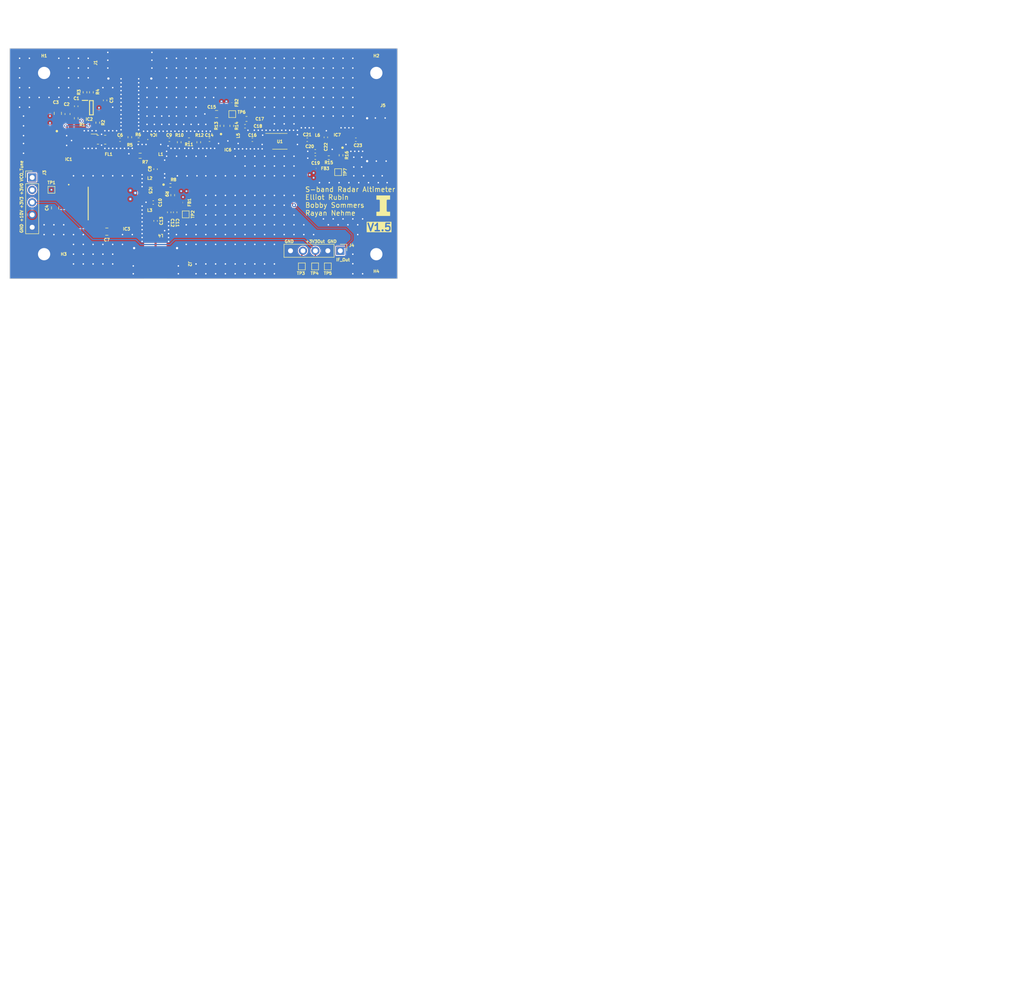
<source format=kicad_pcb>
(kicad_pcb (version 20221018) (generator pcbnew)
  (layers (0 "F.Cu" signal) (1 "In1.Cu" signal) (2 "In2.Cu" signal) (31 "B.Cu" signal) (34 "B.Paste" user) (35 "F.Paste" user) (36 "B.SilkS" user "B.Silkscreen") (37 "F.SilkS" user "F.Silkscreen") (38 "B.Mask" user) (39 "F.Mask" user) (44 "Edge.Cuts" user))
  (net 0 "")
  (net 1 "+3V0")
  (net 2 "GND")
  (net 3 "/RadarTx/PA_IN")
  (net 4 "Net-(IC2-+)")
  (net 5 "+5V")
  (net 6 "Net-(FL1-IN)")
  (net 7 "Net-(FL1-OUT)")
  (net 26 "/RadarTx/VCO_Tune")
  (net 29 "Net-(C9-Pad2)")
  (net 30 "Net-(U1-LO)")
  (net 31 "Net-(J2-In)")
  (net 32 "Net-(IC5-RFOUT{slash}VD)")
  (net 33 "MIXER_IN")
  (net 34 "Net-(J5-In)")
  (net 35 "Net-(IC5-RFIN)")
  (net 36 "Net-(IC7-RFOUT{slash}VD)")
  (net 37 "Net-(U1-RF)")
  (net 39 "Net-(IC7-RFIN)")
  (net 40 "Net-(IC7-VEN)")
  (net 41 "+3V3")
  (net 42 "/RadarRx/IF_OUT")
  (net 43 "Net-(IC6-RFIN)")
  (net 44 "Net-(C15-Pad2)")
  (net 45 "Net-(IC6-RFOUT)")
  (net 46 "Net-(C17-Pad2)")
  (net 47 "Net-(C19-Pad2)")
  (net 48 "Net-(C6-Pad2)")
  (net 49 "Net-(R8-Pad2)")
  (net 50 "+10V")
  (net 51 "Net-(C11-Pad2)")
  (net 52 "Net-(IC4-COUPLED)")
  (net 53 "Net-(IC2--)")
  (net 54 "Net-(IC5-VEN)")
  (net 55 "Net-(IC6-VCC)")
  (net 56 "Net-(R15-Pad2)")
  (net 57 "Net-(J1-In)")
  (net 58 "Net-(IC4-INPUT)")
  (net 59 "Net-(IC4-TERMINATION)")
  (net 60 "Net-(R3-Pad1)")
  (net 61 "Net-(J4-Pin_4)")
  (net 62 "/RadarTx/VCO_Scaled")
  (footprint "Connector_Coaxial:SMA_Molex_73251-1153_EdgeMount_Horizontal" (layer "F.Cu") (at 127.75 84.48 90)
    (fp_text reference "J2")
    (fp_text value "Conn_Coaxial")
  )
  (footprint "Inductor_SMD:L_0402_1005Metric" (layer "F.Cu") (at 160.9 61.115 90)
    (fp_text reference "L6")
    (fp_text value "100n")
  )
  (footprint "SamacSys_Parts:DCW11722" (layer "F.Cu") (at 127.355 61.14 -90)
    (fp_text reference "IC4")
    (fp_text value "DCW-11-722+" hide)
  )
  (footprint "Inductor_SMD:L_0402_1005Metric" (layer "F.Cu") (at 145.5 60.145 90)
    (fp_text reference "L5")
    (fp_text value "100n")
  )
  (footprint "Resistor_SMD:R_0603_1608Metric_Pad0.98x0.95mm_HandSolder" (layer "F.Cu") (at 124.6 63.9 180)
    (fp_text reference "R7")
    (fp_text value "50")
  )
  (footprint "TestPoint:TestPoint_Pad_1.0x1.0mm" (layer "F.Cu") (at 165 67.25 -90)
    (fp_text reference "TP7")
    (fp_text value "TestPoint")
  )
  (footprint "Capacitor_SMD:C_0402_1005Metric_Pad0.74x0.62mm_HandSolder" (layer "F.Cu") (at 160.34 64.3)
    (fp_text reference "C19")
    (fp_text value "DNP")
  )
  (footprint "TestPoint:TestPoint_Pad_1.0x1.0mm" (layer "F.Cu") (at 160.3 86.5)
    (fp_text reference "TP4")
    (fp_text value "TestPoint")
  )
  (footprint "Capacitor_SMD:C_0402_1005Metric" (layer "F.Cu") (at 130.5675 60.63)
    (fp_text reference "C9")
    (fp_text value "18p")
  )
  (footprint "Capacitor_SMD:C_0402_1005Metric" (layer "F.Cu") (at 168.62 60.63 180)
    (fp_text reference "C23")
    (fp_text value "100p")
  )
  (footprint "MountingHole:MountingHole_2.5mm_Pad" (layer "F.Cu") (at 172.8 84)
    (fp_text reference "H4")
    (fp_text value "MountingHole_Pad")
  )
  (footprint "Capacitor_SMD:C_0402_1005Metric_Pad0.74x0.62mm_HandSolder" (layer "F.Cu") (at 117.45 52.6 90)
    (fp_text reference "C5")
    (fp_text value "100n")
  )
  (footprint "Resistor_SMD:R_0402_1005Metric" (layer "F.Cu") (at 136.5675 61.14 90)
    (fp_text reference "R12")
    (fp_text value "DNP")
  )
  (footprint "SamacSys_Parts:SOT95P280X145-5N" (layer "F.Cu") (at 114.65 54.1)
    (fp_text reference "IC2")
    (fp_text value "TS461CLT" hide)
  )
  (footprint "Resistor_SMD:R_0402_1005Metric_Pad0.72x0.64mm_HandSolder" (layer "F.Cu") (at 143.3 57.8 -90)
    (fp_text reference "R14")
    (fp_text value "0")
  )
  (footprint "Capacitor_SMD:C_0603_1608Metric" (layer "F.Cu") (at 109.78 55.39 90)
    (fp_text reference "C2")
    (fp_text value "10n")
  )
  (footprint "Inductor_SMD:L_0402_1005Metric" (layer "F.Cu") (at 128.235 74.95 180)
    (fp_text reference "L3")
    (fp_text value "100n")
  )
  (footprint "Capacitor_SMD:C_0402_1005Metric" (layer "F.Cu") (at 162.5 60.15 -90)
    (fp_text reference "C22")
    (fp_text value "0.5p")
  )
  (footprint "Resistor_SMD:R_0402_1005Metric_Pad0.72x0.64mm_HandSolder" (layer "F.Cu") (at 163.1 64.3)
    (fp_text reference "R15")
    (fp_text value "0")
  )
  (footprint "Resistor_SMD:R_0402_1005Metric_Pad0.72x0.64mm_HandSolder" (layer "F.Cu") (at 131.25 71.95 90)
    (fp_text reference "R9")
    (fp_text value "0")
  )
  (footprint "Connector_Coaxial:SMA_Molex_73251-1153_EdgeMount_Horizontal" (layer "F.Cu") (at 122.5 46.42 -90)
    (fp_text reference "J1")
    (fp_text value "Conn_Coaxial")
  )
  (footprint "MountingHole:MountingHole_2.5mm_Pad" (layer "F.Cu") (at 105 84)
    (fp_text reference "H3")
    (fp_text value "MountingHole_Pad")
  )
  (footprint "Resistor_SMD:R_0402_1005Metric" (layer "F.Cu") (at 134.5675 60.63 180)
    (fp_text reference "R11")
    (fp_text value "0")
  )
  (footprint "radar:illini" (layer "F.Cu") (at 174.2 74.1)
    (fp_text reference "G***" hide)
    (fp_text value "LOGO" hide)
  )
  (footprint "Filter:Filter_Mini-Circuits_FV1206" (layer "F.Cu") (at 116.725 60.63)
    (fp_text reference "FL1")
    (fp_text value "LFCN-2750")
  )
  (footprint "Capacitor_SMD:C_0402_1005Metric" (layer "F.Cu") (at 158.7 60.63 180)
    (fp_text reference "C21")
    (fp_text value "100p")
  )
  (footprint "Connector_Coaxial:SMA_Molex_73251-1153_EdgeMount_Horizontal" (layer "F.Cu") (at 172.64 60.63 180)
    (fp_text reference "J5")
    (fp_text value "Conn_Coaxial")
  )
  (footprint "Resistor_SMD:R_0402_1005Metric_Pad0.72x0.64mm_HandSolder" (layer "F.Cu") (at 141.3 57.8 90)
    (fp_text reference "R13")
    (fp_text value "0")
  )
  (footprint "TestPoint:TestPoint_Pad_1.0x1.0mm" (layer "F.Cu") (at 106.5 70.85)
    (fp_text reference "TP1")
    (fp_text value "TestPoint")
  )
  (footprint "Resistor_SMD:R_0402_1005Metric_Pad0.72x0.64mm_HandSolder" (layer "F.Cu") (at 165.6 63.8 -90)
    (fp_text reference "R16")
    (fp_text value "1.5k")
  )
  (footprint "Capacitor_SMD:C_0402_1005Metric" (layer "F.Cu") (at 127.75 66.65 -90)
    (fp_text reference "C8")
    (fp_text value "100p")
  )
  (footprint "TestPoint:TestPoint_Pad_1.0x1.0mm" (layer "F.Cu") (at 143.4 55.4)
    (fp_text reference "TP6")
    (fp_text value "TestPoint")
  )
  (footprint "Resistor_SMD:R_0402_1005Metric_Pad0.72x0.64mm_HandSolder" (layer "F.Cu") (at 115.95 57.15 90)
    (fp_text reference "R2")
    (fp_text value "10k")
  )
  (footprint "Capacitor_SMD:C_0805_2012Metric" (layer "F.Cu") (at 107.25 74.55 90)
    (fp_text reference "C4")
    (fp_text value "10u")
  )
  (footprint "MountingHole:MountingHole_2.5mm_Pad" (layer "F.Cu") (at 172.8 47)
    (fp_text reference "H2")
    (fp_text value "MountingHole_Pad")
  )
  (footprint "Capacitor_SMD:C_0402_1005Metric" (layer "F.Cu") (at 127.27 73.45)
    (fp_text reference "C10")
    (fp_text value "0.5p")
  )
  (footprint "Capacitor_SMD:C_0402_1005Metric_Pad0.74x0.62mm_HandSolder" (layer "F.Cu") (at 131.75 75.45 90)
    (fp_text reference "C11")
    (fp_text value "DNP")
  )
  (footprint "Resistor_SMD:R_0402_1005Metric_Pad0.72x0.64mm_HandSolder" (layer "F.Cu") (at 130.78 69.95)
    (fp_text reference "R8")
    (fp_text value "1.5k")
  )
  (footprint "Resistor_SMD:R_0402_1005Metric" (layer "F.Cu") (at 124.3 60.63 180)
    (fp_text reference "R6")
    (fp_text value "0")
  )
  (footprint "SamacSys_Parts:SON50P200X200X80-9N" (layer "F.Cu") (at 142.5 60.88)
    (fp_text reference "IC6")
    (fp_text value "TRF37A73IDSGR" hide)
  )
  (footprint "Capacitor_SMD:C_0402_1005Metric" (layer "F.Cu") (at 127.75 77.2 -90)
    (fp_text reference "C13")
    (fp_text value "100p")
  )
  (footprint "TestPoint:TestPoint_Pad_1.0x1.0mm" (layer "F.Cu") (at 157.6 86.5)
    (fp_text reference "TP3")
    (fp_text value "TestPoint")
  )
  (footprint "Capacitor_SMD:C_0402_1005Metric_Pad0.74x0.62mm_HandSolder" (layer "F.Cu") (at 160.3325 63)
    (fp_text reference "C20")
    (fp_text value "100n")
  )
  (footprint "Capacitor_SMD:C_0402_1005Metric_Pad0.74x0.62mm_HandSolder" (layer "F.Cu") (at 111.55 53.8 90)
    (fp_text reference "C1")
    (fp_text value "100n")
  )
  (footprint "Inductor_SMD:L_0402_1005Metric" (layer "F.Cu") (at 128.235 68.5)
    (fp_text reference "L2")
    (fp_text value "DNP")
  )
  (footprint "SamacSys_Parts:BLM15PX_BH1" (layer "F.Cu") (at 133.28 73.45 180)
    (fp_text reference "FB1")
    (fp_text value "BLM15PX121BH1D" hide)
  )
  (footprint "Capacitor_SMD:C_0805_2012Metric" (layer "F.Cu") (at 107.8 55.25 90)
    (fp_text reference "C3")
    (fp_text value "4.7u")
  )
  (footprint "Resistor_SMD:R_0402_1005Metric_Pad0.72x0.64mm_HandSolder" (layer "F.Cu") (at 111.55 56.25 -90)
    (fp_text reference "R1")
    (fp_text value "100")
  )
  (footprint "SamacSys_Parts:AZ1084CD50TRG1" (layer "F.Cu") (at 114 73.66 -90)
    (fp_text reference "IC3")
    (fp_text value "AZ1084CD-5.0TRG1" hide)
  )
  (footprint "Capacitor_SMD:C_0402_1005Metric" (layer "F.Cu") (at 147.5 60.63)
    (fp_text reference "C16")
    (fp_text value "1n")
  )
  (footprint "SamacSys_Parts:QFN50P400X400X100-25N" (layer "F.Cu") (at 110 60.88)
    (fp_text reference "IC1")
    (fp_text value "HMC385LP4" hide)
  )
  (footprint "TestPoint:TestPoint_Pad_1.0x1.0mm" (layer "F.Cu") (at 133.9 75.875 -90)
    (fp_text reference "TP2")
    (fp_text value "TestPoint")
  )
  (footprint "Inductor_SMD:L_0402_1005Metric" (layer "F.Cu") (at 128.235 64.8)
    (fp_text reference "L1")
    (fp_text value "DNP")
  )
  (footprint "Resistor_SMD:R_0402_1005Metric" (layer "F.Cu") (at 132.5675 61.14 90)
    (fp_text reference "R10")
    (fp_text value "DNP")
  )
  (footprint "Capacitor_SMD:C_0805_2012Metric" (layer "F.Cu") (at 117.8 79.4 180)
    (fp_text reference "C7")
    (fp_text value "22u")
  )
  (footprint "SamacSys_Parts:SON50P150X150X50-7N-D" (layer "F.Cu") (at 128.25 70.95 -90)
    (fp_text reference "IC5")
    (fp_text value "GRF4002" hide)
  )
  (footprint "Package_SO:MSOP-8_3x3mm_P0.65mm" (layer "F.Cu") (at 153.1125 60.955)
    (fp_text reference "U1")
    (fp_text value "HMC213B")
  )
  (footprint "Resistor_SMD:R_0402_1005Metric_Pad0.72x0.64mm_HandSolder" (layer "F.Cu") (at 114.65 50.9475 90)
    (fp_text reference "R4")
    (fp_text value "10k")
  )
  (footprint "Connector_PinHeader_2.54mm:PinHeader_1x05_P2.54mm_Vertical" (layer "F.Cu") (at 165.443464 83.3 -90)
    (fp_text reference "J4")
    (fp_text value "Conn_01x05")
  )
  (footprint "TestPoint:TestPoint_Pad_1.0x1.0mm" (layer "F.Cu") (at 162.9 86.5)
    (fp_text reference "TP5")
    (fp_text value "TestPoint")
  )
  (footprint "Capacitor_SMD:C_0805_2012Metric_Pad1.18x1.45mm_HandSolder" (layer "F.Cu") (at 140.2 55.4)
    (fp_text reference "C15")
    (fp_text value "10u")
  )
  (footprint "Capacitor_SMD:C_0603_1608Metric_Pad1.08x0.95mm_HandSolder" (layer "F.Cu") (at 146.3 56.38 180)
    (fp_text reference "C17")
    (fp_text value "10n")
  )
  (footprint "Capacitor_SMD:C_0402_1005Metric" (layer "F.Cu") (at 138.75 60.63)
    (fp_text reference "C14")
    (fp_text value "1n")
  )
  (footprint "SamacSys_Parts:BLM15PX_BH1" (layer "F.Cu") (at 160.5 66.5)
    (fp_text reference "FB3")
    (fp_text value "BLM15PX121BH1D" hide)
  )
  (footprint "SamacSys_Parts:BLM15PX_BH1" (layer "F.Cu") (at 143.3 53.1 -90)
    (fp_text reference "FB2")
    (fp_text value "BLM15PX121BH1D" hide)
  )
  (footprint "Resistor_SMD:R_0402_1005Metric" (layer "F.Cu") (at 122.5 60.12 -90)
    (fp_text reference "R5")
    (fp_text value "DNP")
  )
  (footprint "Inductor_SMD:L_0402_1005Metric" (layer "F.Cu") (at 128.235 79.15)
    (fp_text reference "L4")
    (fp_text value "DNP")
  )
  (footprint "SamacSys_Parts:SON50P150X150X50-7N-D" (layer "F.Cu") (at 164.75 61.13 180)
    (fp_text reference "IC7")
    (fp_text value "GRF4002" hide)
  )
  (footprint "Capacitor_SMD:C_0402_1005Metric_Pad0.74x0.62mm_HandSolder" (layer "F.Cu") (at 146 57.88 180)
    (fp_text reference "C18")
    (fp_text value "10p")
  )
  (footprint "Connector_PinHeader_2.54mm:PinHeader_1x05_P2.54mm_Vertical" (layer "F.Cu") (at 102.57 68.34)
    (fp_text reference "J3")
    (fp_text value "Conn_01x05")
  )
  (footprint "MountingHole:MountingHole_2.5mm_Pad" (layer "F.Cu") (at 105 47)
    (fp_text reference "H1")
    (fp_text value "MountingHole_Pad")
  )
  (footprint "Capacitor_SMD:C_0402_1005Metric_Pad0.74x0.62mm_HandSolder" (layer "F.Cu") (at 130.53 75.45 90)
    (fp_text reference "C12")
    (fp_text value "100n")
  )
  (footprint "Capacitor_SMD:C_0402_1005Metric" (layer "F.Cu") (at 120.5 60.63)
    (fp_text reference "C6")
    (fp_text value "18p")
  )
  (footprint "Resistor_SMD:R_0402_1005Metric_Pad0.72x0.64mm_HandSolder" (layer "F.Cu") (at 113.35 50.95 -90)
    (fp_text reference "R3")
    (fp_text value "10k")
  )
  (gr_rect (start 98 42) (end 177.1 89) (stroke (width 0.1)) (fill none) (layer "Edge.Cuts"))
  (gr_text "+3V3" (at 100.75 74.75 90) (layer "F.SilkS") (effects (font (size 0.6 0.6)) (justify left bottom)))
  (gr_text "GND" (at 154 81.75) (layer "F.SilkS") (effects (font (size 0.6 0.6)) (justify left bottom)))
  (gr_text "V1.5" (at 170.8 79.4) (layer "F.SilkS" knockout) (effects (font (size 1.5 1.5) (thickness 0.3) bold) (justify left bottom)))
  (gr_text "IF_Out" (at 164.5 85.5) (layer "F.SilkS") (effects (font (size 0.6 0.6)) (justify left bottom)))
  (gr_text "S-band Radar Altimeter\nElliot Rubin\nBobby Sommers\nRayan Nehme" (at 158.2 76.2) (layer "F.SilkS") (effects (font (size 1 1)) (justify left bottom)))
  (gr_text "+3V0" (at 100.75 72 90) (layer "F.SilkS") (effects (font (size 0.6 0.6)) (justify left bottom)))
  (gr_text "VCO_Tune" (at 100.75 69.25 90) (layer "F.SilkS") (effects (font (size 0.6 0.6)) (justify left bottom)))
  (gr_text "GND" (at 162.75 81.75) (layer "F.SilkS") (effects (font (size 0.6 0.6)) (justify left bottom)))
  (gr_text "GND" (at 100.75 79.75 90) (layer "F.SilkS") (effects (font (size 0.6 0.6)) (justify left bottom)))
  (gr_text "+10V" (at 100.75 77.5 90) (layer "F.SilkS") (effects (font (size 0.6 0.6)) (justify left bottom)))
  (gr_text "+3V3Out" (at 158.25 81.75) (layer "F.SilkS") (effects (font (size 0.6 0.6)) (justify left bottom)))
  (via (at 106.5 70.85) (size 0.6) (drill 0.3) (layers "F.Cu" "B.Cu") (net 1))
  (via (at 106.2 55.8) (size 0.6) (drill 0.3) (layers "F.Cu" "B.Cu") (net 1))
  (via (at 106.2 57.2) (size 0.6) (drill 0.3) (layers "F.Cu" "B.Cu") (net 1))
  (segment (start 162.903464 83.3) (end 162.903464 86.496536) (width 0.25) (layer "F.Cu") (net 2))
  (segment (start 162.903464 86.496536) (end 162.9 86.5) (width 0.25) (layer "F.Cu") (net 2))
  (via (at 158 50) (size 0.6) (drill 0.3) (layers "F.Cu" "B.Cu") (net 2))
  (via (at 138.9 58.9) (size 0.6) (drill 0.3) (layers "F.Cu" "B.Cu") (net 2))
  (via (at 134.025 64) (size 0.6) (drill 0.3) (layers "F.Cu" "B.Cu") (net 2))
  (via (at 164 46) (size 0.6) (drill 0.3) (layers "F.Cu" "B.Cu") (net 2))
  (via (at 159.1 58.2) (size 0.6) (drill 0.3) (layers "F.Cu" "B.Cu") (net 2))
  (via (at 115 82) (size 0.6) (drill 0.3) (layers "F.Cu" "B.Cu") (net 2))
  (via (at 146 46) (size 0.6) (drill 0.3) (layers "F.Cu" "B.Cu") (net 2))
  (via (at 154 80) (size 0.6) (drill 0.3) (layers "F.Cu" "B.Cu") (net 2))
  (via (at 120.7 53) (size 0.6) (drill 0.3) (layers "F.Cu" "B.Cu") (net 2))
  (via (at 100 54) (size 0.6) (drill 0.3) (layers "F.Cu" "B.Cu") (net 2))
  (via (at 152 78) (size 0.6) (drill 0.3) (layers "F.Cu" "B.Cu") (net 2))
  (via (at 152 76) (size 0.6) (drill 0.3) (layers "F.Cu" "B.Cu") (net 2))
  (via (at 144 50) (size 0.6) (drill 0.3) (layers "F.Cu" "B.Cu") (net 2))
  (via (at 158 46) (size 0.6) (drill 0.3) (layers "F.Cu" "B.Cu") (net 2))
  (via (at 156 57.4) (size 0.6) (drill 0.3) (layers "F.Cu" "B.Cu") (net 2))
  (via (at 154 64) (size 0.6) (drill 0.3) (layers "F.Cu" "B.Cu") (net 2))
  (via (at 110 52) (size 0.6) (drill 0.3) (layers "F.Cu" "B.Cu") (net 2))
  (via (at 132.5 58.9) (size 0.6) (drill 0.3) (layers "F.Cu" "B.Cu") (net 2))
  (via (at 140 88) (size 0.6) (drill 0.3) (layers "F.Cu" "B.Cu") (net 2))
  (via (at 110 46) (size 0.6) (drill 0.3) (layers "F.Cu" "B.Cu") (net 2))
  (via (at 144.6 61.4) (size 0.6) (drill 0.3) (layers "F.Cu" "B.Cu") (net 2))
  (via (at 150 48) (size 0.6) (drill 0.3) (layers "F.Cu" "B.Cu") (net 2))
  (via (at 120.7 58.6) (size 0.6) (drill 0.3) (layers "F.Cu" "B.Cu") (net 2))
  (via (at 142 80) (size 0.6) (drill 0.3) (layers "F.Cu" "B.Cu") (net 2))
  (via (at 124.3 58.6) (size 0.6) (drill 0.3) (layers "F.Cu" "B.Cu") (net 2))
  (via (at 144 80) (size 0.6) (drill 0.3) (layers "F.Cu" "B.Cu") (net 2))
  (via (at 166 54) (size 0.6) (drill 0.3) (layers "F.Cu" "B.Cu") (net 2))
  (via (at 134 82) (size 0.6) (drill 0.3) (layers "F.Cu" "B.Cu") (net 2))
  (via (at 125.8 73.4) (size 0.6) (drill 0.3) (layers "F.Cu" "B.Cu") (net 2))
  (via (at 117 84) (size 0.6) (drill 0.3) (layers "F.Cu" "B.Cu") (net 2))
  (via (at 128.5 58.9) (size 0.6) (drill 0.3) (layers "F.Cu" "B.Cu") (net 2))
  (via (at 144 72) (size 0.6) (drill 0.3) (layers "F.Cu" "B.Cu") (net 2))
  (via (at 122.3 63.5) (size 0.6) (drill 0.3) (layers "F.Cu" "B.Cu") (net 2))
  (via (at 129.6 68.4) (size 0.6) (drill 0.3) (layers "F.Cu" "B.Cu") (net 2))
  (via (at 169 80) (size 0.6) (drill 0.3) (layers "F.Cu" "B.Cu") (net 2))
  (via (at 134 78) (size 0.6) (drill 0.3) (layers "F.Cu" "B.Cu") (net 2))
  (via (at 163.2 69.4) (size 0.6) (drill 0.3) (layers "F.Cu" "B.Cu") (net 2))
  (via (at 124.3 49.8) (size 0.6) (drill 0.3) (layers "F.Cu" "B.Cu") (net 2))
  (via (at 140 50) (size 0.6) (drill 0.3) (layers "F.Cu" "B.Cu") (net 2))
  (via (at 125 76.6) (size 0.6) (drill 0.3) (layers "F.Cu" "B.Cu") (net 2))
  (via (at 160 44) (size 0.6) (drill 0.3) (layers "F.Cu" "B.Cu") (net 2))
  (via (at 142 46) (size 0.6) (drill 0.3) (layers "F.Cu" "B.Cu") (net 2))
  (via (at 152 46) (size 0.6) (drill 0.3) (layers "F.Cu" "B.Cu") (net 2))
  (via (at 142 50) (size 0.6) (drill 0.3) (layers "F.Cu" "B.Cu") (net 2))
  (via (at 136 54) (size 0.6) (drill 0.3) (layers "F.Cu" "B.Cu") (net 2))
  (via (at 100.8 57.8) (size 0.6) (drill 0.3) (layers "F.Cu" "B.Cu") (net 2))
  (via (at 144 46) (size 0.6) (drill 0.3) (layers "F.Cu" "B.Cu") (net 2))
  (via (at 154 55.8) (size 0.6) (drill 0.3) (layers "F.Cu" "B.Cu") (net 2))
  (via (at 152.7 58.7) (size 0.6) (drill 0.3) (layers "F.Cu" "B.Cu") (net 2))
  (via (at 146 64) (size 0.6) (drill 0.3) (layers "F.Cu" "B.Cu") (net 2))
  (via (at 135.7 58.9) (size 0.6) (drill 0.3) (layers "F.Cu" "B.Cu") (net 2))
  (via (at 125 61.6) (size 0.6) (drill 0.3) (layers "F.Cu" "B.Cu") (net 2))
  (via (at 169.8 66.2) (size 0.6) (drill 0.3) (layers "F.Cu" "B.Cu") (net 2))
  (via (at 133.97009 53.985045) (size 0.6) (drill 0.3) (layers "F.Cu" "B.Cu") (net 2))
  (via (at 125.8 61.6) (size 0.6) (drill 0.3) (layers "F.Cu" "B.Cu") (net 2))
  (via (at 125 80.6) (size 0.6) (drill 0.3) (layers "F.Cu" "B.Cu") (net 2))
  (via (at 143.9 62.5) (size 0.6) (drill 0.3) (layers "F.Cu" "B.Cu") (net 2))
  (via (at 130.9 62.4) (size 0.6) (drill 0.3) (layers "F.Cu" "B.Cu") (net 2))
  (via (at 150 66) (size 0.6) (drill 0.3) (layers "F.Cu" "B.Cu") (net 2))
  (via (at 144 64) (size 0.6) (drill 0.3) (layers "F.Cu" "B.Cu") (net 2))
  (via (at 146 74) (size 0.6) (drill 0.3) (layers "F.Cu" "B.Cu") (net 2))
  (via (at 146 44) (size 0.6) (drill 0.3) (layers "F.Cu" "B.Cu") (net 2))
  (via (at 142 82) (size 0.6) (drill 0.3) (layers "F.Cu" "B.Cu") (net 2))
  (via (at 117 82) (size 0.6) (drill 0.3) (layers "F.Cu" "B.Cu") (net 2))
  (via (at 102 44) (size 0.6) (drill 0.3) (layers "F.Cu" "B.Cu") (net 2))
  (via (at 125 75.8) (size 0.6) (drill 0.3) (layers "F.Cu" "B.Cu") (net 2))
  (via (at 100 44) (size 0.6) (drill 0.3) (layers "F.Cu" "B.Cu") (net 2))
  (via (at 156 52) (size 0.6) (drill 0.3) (layers "F.Cu" "B.Cu") (net 2))
  (via (at 134.2 68) (size 0.6) (drill 0.3) (layers "F.Cu" "B.Cu") (net 2))
  (via (at 134 55.8) (size 0.6) (drill 0.3) (layers "F.Cu" "B.Cu") (net 2))
  (via (at 168 55.8) (size 0.6) (drill 0.3) (layers "F.Cu" "B.Cu") (net 2))
  (via (at 135 57.5) (size 0.6) (drill 0.3) (layers "F.Cu" "B.Cu") (net 2))
  (via (at 118 42.8) (size 0.6) (drill 0.3) (layers "F.Cu" "B.Cu") (net 2))
  (via (at 100.8 63.4) (size 0.6) (drill 0.3) (layers "F.Cu" "B.Cu") (net 2))
  (via (at 138 72) (size 0.6) (drill 0.3) (layers "F.Cu" "B.Cu") (net 2))
  (via (at 130 63) (size 0.6) (drill 0.3) (layers "F.Cu" "B.Cu") (net 2))
  (via (at 166 44) (size 0.6) (drill 0.3) (layers "F.Cu" "B.Cu") (net 2))
  (via (at 146 82) (size 0.6) (drill 0.3) (layers "F.Cu" "B.Cu") (net 2))
  (via (at 105 80) (size 0.6) (drill 0.3) (layers "F.Cu" "B.Cu") (net 2))
  (via (at 167.2 69.4) (size 0.6) (drill 0.3) (layers "F.Cu" "B.Cu") (net 2))
  (via (at 148 46) (size 0.6) (drill 0.3) (layers "F.Cu" "B.Cu") (net 2))
  (via (at 109 78) (size 0.6) (drill 0.3) (layers "F.Cu" "B.Cu") (net 2))
  (via (at 115.6 58.8) (size 0.6) (drill 0.3) (layers "F.Cu" "B.Cu") (net 2))
  (via (at 161.2 69.4) (size 0.6) (drill 0.3) (layers "F.Cu" "B.Cu") (net 2))
  (via (at 120.7 55.5) (size 0.6) (drill 0.3) (layers "F.Cu" "B.Cu") (net 2))
  (via (at 115 68) (size 0.6) (drill 0.3) (layers "F.Cu" "B.Cu") (net 2))
  (via (at 128 54) (size 0.6) (drill 0.3) (layers "F.Cu" "B.Cu") (net 2))
  (via (at 117 50) (size 0.6) (drill 0.3) (layers "F.Cu" "B.Cu") (net 2))
  (via (at 154 76) (size 0.6) (drill 0.3) (layers "F.Cu" "B.Cu") (net 2))
  (via (at 107 80) (size 0.6) (drill 0.3) (layers "F.Cu" "B.Cu") (net 2))
  (via (at 120.7 51.4) (size 0.6) (drill 0.3) (layers "F.Cu" "B.Cu") (net 2))
  (via (at 154 48) (size 0.6) (drill 0.3) (layers "F.Cu" "B.Cu") (net 2))
  (via (at 156 48) (size 0.6) (drill 0.3) (layers "F.Cu" "B.Cu") (net 2))
  (via (at 136 46) (size 0.6) (drill 0.3) (layers "F.Cu" "B.Cu") (net 2))
  (via (at 142 74) (size 0.6) (drill 0.3) (layers "F.Cu" "B.Cu") (net 2))
  (via (at 126 57.5) (size 0.6) (drill 0.3) (layers "F.Cu" "B.Cu") (net 2))
  (via (at 168 44) (size 0.6) (drill 0.3) (layers "F.Cu" "B.Cu") (net 2))
  (via (at 150 80) (size 0.6) (drill 0.3) (layers "F.Cu" "B.Cu") (net 2))
  (via (at 138 74) (size 0.6) (drill 0.3) (layers "F.Cu" "B.Cu") (net 2))
  (via (at 134 46) (size 0.6) (drill 0.3) (layers "F.Cu" "B.Cu") (net 2))
  (via (at 125 77.4) (size 0.6) (drill 0.3) (layers "F.Cu" "B.Cu") (net 2))
  (via (at 159.9 58.2) (size 0.6) (drill 0.3) (layers "F.Cu" "B.Cu") (net 2))
  (via (at 146 78) (size 0.6) (drill 0.3) (layers "F.Cu" "B.Cu") (net 2))
  (via (at 164 76.8) (size 0.6) (drill 0.3) (layers "F.Cu" "B.Cu") (net 2))
  (via (at 138.1 58.9) (size 0.6) (drill 0.3) (layers "F.Cu" "B.Cu") (net 2))
  (via (at 130.4 81.4) (size 0.6) (drill 0.3) (layers "F.Cu" "B.Cu") (net 2))
  (via (at 134.5 62.4) (size 0.6) (drill 0.3) (layers "F.Cu" "B.Cu") (net 2))
  (via (at 132 52) (size 0.6) (drill 0.3) (layers "F.Cu" "B.Cu") (net 2))
  (via (at 150 44) (size 0.6) (drill 0.3) (layers "F.Cu" "B.Cu") (net 2))
  (via (at 102 52) (size 0.6) (drill 0.3) (layers "F.Cu" "B.Cu") (net 2))
  (via (at 156 78) (size 0.6) (drill 0.3) (layers "F.Cu" "B.Cu") (net 2))
  (via (at 137.3 58.9) (size 0.6) (drill 0.3) (layers "F.Cu" "B.Cu") (net 2))
  (via (at 166 50) (size 0.6) (drill 0.3) (layers "F.Cu" "B.Cu") (net 2))
  (via (at 134.1 58.9) (size 0.6) (drill 0.3) (layers "F.Cu" "B.Cu") (net 2))
  (via (at 136 55.8) (size 0.6) (drill 0.3) (layers "F.Cu" "B.Cu") (net 2))
  (via (at 156 68) (size 0.6) (drill 0.3) (layers "F.Cu" "B.Cu") (net 2))
  (via (at 152 64) (size 0.6) (drill 0.3) (layers "F.Cu" "B.Cu") (net 2))
  (via (at 114 62.4) (size 0.6) (drill 0.3) (layers "F.Cu" "B.Cu") (net 2))
  (via (at 139 62.4) (size 0.6) (drill 0.3) (layers "F.Cu" "B.Cu") (net 2))
  (via (at 132 46) (size 0.6) (drill 0.3) (layers "F.Cu" "B.Cu") (net 2))
  (via (at 110 50) (size 0.6) (drill 0.3) (layers "F.Cu" "B.Cu") (net 2))
  (via (at 148 64) (size 0.6) (drill 0.3) (layers "F.Cu" "B.Cu") (net 2))
  (via (at 158 78) (size 0.6) (drill 0.3) (layers "F.Cu" "B.Cu") (net 2))
  (via (at 134 50) (size 0.6) (drill 0.3) (layers "F.Cu" "B.Cu") (net 2))
  (via (at 139.6 52) (size 0.6) (drill 0.3) (layers "F.Cu" "B.Cu") (net 2))
  (via (at 129 57.5) (size 0.6) (drill 0.3) (layers "F.Cu" "B.Cu") (net 2))
  (via (at 156 55.8) (size 0.6) (drill 0.3) (layers "F.Cu" "B.Cu") (net 2))
  (via (at 144 44) (size 0.6) (drill 0.3) (layers "F.Cu" "B.Cu") (net 2))
  (via (at 138 46) (size 0.6) (drill 0.3) (layers "F.Cu" "B.Cu") (net 2))
  (via (at 104 52) (size 0.6) (drill 0.3) (layers "F.Cu" "B.Cu") (net 2))
  (via (at 121 68) (size 0.6) (drill 0.3) (layers "F.Cu" "B.Cu") (net 2))
  (via (at 156.7 58.7) (size 0.6) (drill 0.3) (layers "F.Cu" "B.Cu") (net 2))
  (via (at 100 50) (size 0.6) (drill 0.3) (layers "F.Cu" "B.Cu") (net 2))
  (via (at 148 50) (size 0.6) (drill 0.3) (layers "F.Cu" "B.Cu") (net 2))
  (via (at 152 66) (size 0.6) (drill 0.3) (layers "F.Cu" "B.Cu") (net 2))
  (via (at 162 48) (size 0.6) (drill 0.3) (layers "F.Cu" "B.Cu") (net 2))
  (via (at 160 54) (size 0.6) (drill 0.3) (layers "F.Cu" "B.Cu") (net 2))
  (via (at 168.2 68) (size 0.6) (drill 0.3) (layers "F.Cu" "B.Cu") (net 2))
  (via (at 142.5 60.88) (size 0.6) (drill 0.3) (layers "F.Cu" "B.Cu") (net 2))
  (via (at 149.5 62.5) (size 0.6) (drill 0.3) (layers "F.Cu" "B.Cu") (net 2))
  (via (at 117 86) (size 0.6) (drill 0.3) (layers "F.Cu" "B.Cu") (net 2))
  (via (at 114 48) (size 0.6) (drill 0.3) (layers "F.Cu" "B.Cu") (net 2))
  (via (at 125 75) (size 0.6) (drill 0.3) (layers "F.Cu" "B.Cu") (net 2))
  (via (at 168.2 66.2) (size 0.6) (drill 0.3) (layers "F.Cu" "B.Cu") (net 2))
  (via (at 168.2 64.2) (size 0.6) (drill 0.3) (layers "F.Cu" "B.Cu") (net 2))
  (via (at 119 82) (size 0.6) (drill 0.3) (layers "F.Cu" "B.Cu") (net 2))
  (via (at 151.9 58.7) (size 0.6) (drill 0.3) (layers "F.Cu" "B.Cu") (net 2))
  (via (at 158 55.8) (size 0.6) (drill 0.3) (layers "F.Cu" "B.Cu") (net 2))
  (via (at 164 44) (size 0.6) (drill 0.3) (layers "F.Cu" "B.Cu") (net 2))
  (via (at 130 50) (size 0.6) (drill 0.3) (layers "F.Cu" "B.Cu") (net 2))
  (via (at 140 68) (size 0.6) (drill 0.3) (layers "F.Cu" "B.Cu") (net 2))
  (via (at 124.3 52.2) (size 0.6) (drill 0.3) (layers "F.Cu" "B.Cu") (net 2))
  (via (at 124.3 54.6) (size 0.6) (drill 0.3) (layers "F.Cu" "B.Cu") (net 2))
  (via (at 132 44) (size 0.6) (drill 0.3) (layers "F.Cu" "B.Cu") (net 2))
  (via (at 163 78) (size 0.6) (drill 0.3) (layers "F.Cu" "B.Cu") (net 2))
  (via (at 125 74.2) (size 0.6) (drill 0.3) (layers "F.Cu" "B.Cu") (net 2))
  (via (at 111 80) (size 0.6) (drill 0.3) (layers "F.Cu" "B.Cu") (net 2))
  (via (at 156 46) (size 0.6) (drill 0.3) (layers "F.Cu" "B.Cu") (net 2))
  (via (at 127.5 55.8) (size 0.6) (drill 0.3) (layers "F.Cu" "B.Cu") (net 2))
  (via (at 148 82) (size 0.6) (drill 0.3) (layers "F.Cu" "B.Cu") (net 2))
  (via (at 148 48) (size 0.6) (drill 0.3) (layers "F.Cu" "B.Cu") (net 2))
  (via (at 127 46) (size 0.6) (drill 0.3) (layers "F.Cu" "B.Cu") (net 2))
  (via (at 150 72) (size 0.6) (drill 0.3) (layers "F.Cu" "B.Cu") (net 2))
  (via (at 144 86) (size 0.6) (drill 0.3) (layers "F.Cu" "B.Cu") (net 2))
  (via (at 140 86) (size 0.6) (drill 0.3) (layers "F.Cu" "B.Cu") (net 2))
  (via (at 164 52) (size 0.6) (drill 0.3) (layers "F.Cu" "B.Cu") (net 2))
  (via (at 132 80) (size 0.6) (drill 0.3) (layers "F.Cu" "B.Cu") (net 2))
  (via (at 124.3 53) (size 0.6) (drill 0.3) (layers "F.Cu" "B.Cu") (net 2))
  (via (at 124.3 51.4) (size 0.6) (drill 0.3) (layers "F.Cu" "B.Cu") (net 2))
  (via (at 133.3 58.9) (size 0.6) (drill 0.3) (layers "F.Cu" "B.Cu") (net 2))
  (via (at 120.7 54.6) (size 0.6) (drill 0.3) (layers "F.Cu" "B.Cu") (net 2))
  (via (at 123 62.4) (size 0.6) (drill 0.3) (layers "F.Cu" "B.Cu") (net 2))
  (via (at 175 69.4) (size 0.6) (drill 0.3) (layers "F.Cu" "B.Cu") (net 2))
  (via (at 112 48) (size 0.6) (drill 0.3) (layers "F.Cu" "B.Cu") (net 2))
  (via (at 157.5 58.2) (size 0.6) (drill 0.3) (layers "F.Cu" "B.Cu") (net 2))
  (via (at 130.5 57.5) (size 0.6) (drill 0.3) (layers "F.Cu" "B.Cu") (net 2))
  (via (at 165.6 58.2) (size 0.6) (drill 0.3) (layers "F.Cu" "B.Cu") (net 2))
  (via (at 110 48) (size 0.6) (drill 0.3) (layers "F.Cu" "B.Cu") (net 2))
  (via (at 132.4 86.4) (size 0.6) (drill 0.3) (layers "F.Cu" "B.Cu") (net 2))
  (via (at 152 74) (size 0.6) (drill 0.3) (layers "F.Cu" "B.Cu") (net 2))
  (via (at 165 78) (size 0.6) (drill 0.3) (layers "F.Cu" "B.Cu") (net 2))
  (via (at 150 50) (size 0.6) (drill 0.3) (layers "F.Cu" "B.Cu") (net 2))
  (via (at 136 48) (size 0.6) (drill 0.3) (layers "F.Cu" "B.Cu") (net 2))
  (via (at 154 74) (size 0.6) (drill 0.3) (layers "F.Cu" "B.Cu") (net 2))
  (via (at 150.3 58.7) (size 0.6) (drill 0.3) (layers "F.Cu" "B.Cu") (net 2))
  (via (at 139.8 62.4) (size 0.6) (drill 0.3) (layers "F.Cu" "B.Cu") (net 2))
  (via (at 130.4 77.4) (size 0.6) (drill 0.3) (layers "F.Cu" "B.Cu") (net 2))
  (via (at 160 46) (size 0.6) (drill 0.3) (layers "F.Cu" "B.Cu") (net 2))
  (via (at 119 84) (size 0.6) (drill 0.3) (layers "F.Cu" "B.Cu") (net 2))
  (via (at 158 80) (size 0.6) (drill 0.3) (layers "F.Cu" "B.Cu") (net 2))
  (via (at 129.6 64.8) (size 0.6) (drill 0.3) (layers "F.Cu" "B.Cu") (net 2))
  (via (at 125 79.8) (size 0.6) (drill 0.3) (layers "F.Cu" "B.Cu") (net 2))
  (via (at 136 86) (size 0.6) (drill 0.3) (layers "F.Cu" "B.Cu") (net 2))
  (via (at 158.3 58.2) (size 0.6) (drill 0.3) (layers "F.Cu" "B.Cu") (net 2))
  (via (at 164 50) (size 0.6) (drill 0.3) (layers "F.Cu" "B.Cu") (net 2))
  (via (at 134 80) (size 0.6) (drill 0.3) (layers "F.Cu" "B.Cu") (net 2))
  (via (at 121 80) (size 0.6) (drill 0.3) (layers "F.Cu" "B.Cu") (net 2))
  (via (at 170 63) (size 0.6) (drill 0.3) (layers "F.Cu" "B.Cu") (net 2))
  (via (at 162 50) (size 0.6) (drill 0.3) (layers "F.Cu" "B.Cu") (net 2))
  (via (at 113 82) (size 0.6) (drill 0.3) (layers "F.Cu" "B.Cu") (net 2))
  (via (at 140 44) (size 0.6) (drill 0.3) (layers "F.Cu" "B.Cu") (net 2))
  (via (at 153.5 58.7) (size 0.6) (drill 0.3) (layers "F.Cu" "B.Cu") (net 2))
  (via (at 168.4 63) (size 0.6) (drill 0.3) (layers "F.Cu" "B.Cu") (net 2))
  (via (at 155.1 58.7) (size 0.6) (drill 0.3) (layers "F.Cu" "B.Cu") (net 2))
  (via (at 136 80) (size 0.6) (drill 0.3) (layers "F.Cu" "B.Cu") (net 2))
  (via (at 111 68) (size 0.6) (drill 0.3) (layers "F.Cu" "B.Cu") (net 2))
  (via (at 144 82) (size 0.6) (drill 0.3) (layers "F.Cu" "B.Cu") (net 2))
  (via (at 114.8 58.8) (size 0.6) (drill 0.3) (layers "F.Cu" "B.Cu") (net 2))
  (via (at 135.3 62.4) (size 0.6) (drill 0.3) (layers "F.Cu" "B.Cu") (net 2))
  (via (at 118 44.4) (size 0.6) (drill 0.3) (layers "F.Cu" "B.Cu") (net 2))
  (via (at 148 88) (size 0.6) (drill 0.3) (layers "F.Cu" "B.Cu") (net 2))
  (via (at 172.6 56.2) (size 0.6) (drill 0.3) (layers "F.Cu" "B.Cu") (net 2))
  (via (at 112 44) (size 0.6) (drill 0.3) (layers "F.Cu" "B.Cu") (net 2))
  (via (at 100 48) (size 0.6) (drill 0.3) (layers "F.Cu" "B.Cu") (net 2))
  (via (at 130 48) (size 0.6) (drill 0.3) (layers "F.Cu" "B.Cu") (net 2))
  (via (at 136 82) (size 0.6) (drill 0.3) (layers "F.Cu" "B.Cu") (net 2))
  (via (at 164 55.8) (size 0.6) (drill 0.3) (layers "F.Cu" "B.Cu") (net 2))
  (via (at 108.025003 51.981254) (size 0.6) (drill 0.3) (layers "F.Cu" "B.Cu") (net 2))
  (via (at 127 44.4) (size 0.6) (drill 0.3) (layers "F.Cu" "B.Cu") (net 2))
  (via (at 151.1 58.7) (size 0.6) (drill 0.3) (layers "F.Cu" "B.Cu") (net 2))
  (via (at 146 48) (size 0.6) (drill 0.3) (layers "F.Cu" "B.Cu") (net 2))
  (via (at 140 74) (size 0.6) (drill 0.3) (layers "F.Cu" "B.Cu") (net 2))
  (via (at 132 55.8) (size 0.6) (drill 0.3) (layers "F.Cu" "B.Cu") (net 2))
  (via (at 134 48) (size 0.6) (drill 0.3) (layers "F.Cu" "B.Cu") (net 2))
  (via (at 156 64) (size 0.6) (drill 0.3) (layers "F.Cu" "B.Cu") (net 2))
  (via (at 113 80) (size 0.6) (drill 0.3) (layers "F.Cu" "B.Cu") (net 2))
  (via (at 150 54) (size 0.6) (drill 0.3) (layers "F.Cu" "B.Cu") (net 2))
  (via (at 150 86) (size 0.6) (drill 0.3) (layers "F.Cu" "B.Cu") (net 2))
  (via (at 126.1 58.9) (size 0.6) (drill 0.3) (layers "F.Cu" "B.Cu") (net 2))
  (via (at 165.2 69.4) (size 0.6) (drill 0.3) (layers "F.Cu" "B.Cu") (net 2))
  (via (at 152 54) (size 0.6) (drill 0.3) (layers "F.Cu" "B.Cu") (net 2))
  (via (at 164 48) (size 0.6) (drill 0.3) (layers "F.Cu" "B.Cu") (net 2))
  (via (at 146 86) (size 0.6) (drill 0.3) (layers "F.Cu" "B.Cu") (net 2))
  (via (at 114 46) (size 0.6) (drill 0.3) (layers "F.Cu" "B.Cu") (net 2))
  (via (at 171.2 69.4) (size 0.6) (drill 0.3) (layers "F.Cu" "B.Cu") (net 2))
  (via (at 173.2 69.4) (size 0.6) (drill 0.3) (layers "F.Cu" "B.Cu") (net 2))
  (via (at 128 50) (size 0.6) (drill 0.3) (layers "F.Cu" "B.Cu") (net 2))
  (via (at 169.2 63) (size 0.6) (drill 0.3) (layers "F.Cu" "B.Cu") (net 2))
  (via (at 126 54) (size 0.6) (drill 0.3) (layers "F.Cu" "B.Cu") (net 2))
  (via (at 132.025 64) (size 0.6) (drill 0.3) (layers "F.Cu" "B.Cu") (net 2))
  (via (at 144 68) (size 0.6) (drill 0.3) (layers "F.Cu" "B.Cu") (net 2))
  (via (at 158 54) (size 0.6) (drill 0.3) (layers "F.Cu" "B.Cu") (net 2))
  (via (at 117 68) (size 0.6) (drill 0.3) (layers "F.Cu" "B.Cu") (net 2))
  (via (at 100 46) (size 0.6) (drill 0.3) (layers "F.Cu" "B.Cu") (net 2))
  (via (at 149.6 59.7) (size 0.6) (drill 0.3) (layers "F.Cu" "B.Cu") (net 2))
  (via (at 130.5 55.8) (size 0.6) (drill 0.3) (layers "F.Cu" "B.Cu") (net 2))
  (via (at 125 79) (size 0.6) (drill 0.3) (layers "F.Cu" "B.Cu") (net 2))
  (via (at 146 68) (size 0.6) (drill 0.3) (layers "F.Cu" "B.Cu") (net 2))
  (via (at 130.4 80.6) (size 0.6) (drill 0.3) (layers "F.Cu" "B.Cu") (net 2))
  (via (at 150 74) (size 0.6) (drill 0.3) (layers "F.Cu" "B.Cu") (net 2))
  (via (at 118 46) (size 0.6) (drill 0.3) (layers "F.Cu" "B.Cu") (net 2))
  (via (at 123.2 88) (size 0.6) (drill 0.3) (layers "F.Cu" "B.Cu") (net 2))
  (via (at 124.2 61.6) (size 0.6) (drill 0.3) (layers "F.Cu" "B.Cu") (net 2))
  (via (at 169 78) (size 0.6) (drill 0.3) (layers "F.Cu" "B.Cu") (net 2))
  (via (at 115 84) (size 0.6) (drill 0.3) (layers "F.Cu" "B.Cu") (net 2))
  (via (at 122.2 62.4) (size 0.6) (drill 0.3) (layers "F.Cu" "B.Cu") (net 2))
  (via (at 154 66) (size 0.6) (drill 0.3) (layers "F.Cu" "B.Cu") (net 2))
  (via (at 126 50) (size 0.6) (drill 0.3) (layers "F.Cu" "B.Cu") (net 2))
  (via (at 121 82) (size 0.6) (drill 0.3) (layers "F.Cu" "B.Cu") (net 2))
  (via (at 125.3 58.9) (size 0.6) (drill 0.3) (layers "F.Cu" "B.Cu") (net 2))
  (via (at 147.9 62.5) (size 0.6) (drill 0.3) (layers "F.Cu" "B.Cu") (net 2))
  (via (at 138 64) (size 0.6) (drill 0.3) (layers "F.Cu" "B.Cu") (net 2))
  (via (at 146 76) (size 0.6) (drill 0.3) (layers "F.Cu" "B.Cu") (net 2))
  (via (at 109 80) (size 0.6) (drill 0.3) (layers "F.Cu" "B.Cu") (net 2))
  (via (at 142 72) (size 0.6) (drill 0.3) (layers "F.Cu" "B.Cu") (net 2))
  (via (at 130.3 61.9) (size 0.6) (drill 0.3) (layers "F.Cu" "B.Cu") (net 2))
  (via (at 160 55.8) (size 0.6) (drill 0.3) (layers "F.Cu" "B.Cu") (net 2))
  (via (at 148 76) (size 0.6) (drill 0.3) (layers "F.Cu" "B.Cu") (net 2))
  (via (at 162 54) (size 0.6) (drill 0.3) (layers "F.Cu" "B.Cu") (net 2))
  (via (at 154 52) (size 0.6) (drill 0.3) (layers "F.Cu" "B.Cu") (net 2))
  (via (at 106 52) (size 0.6) (drill 0.3) (layers "F.Cu" "B.Cu") (net 2))
  (via (at 114.8 62.4) (size 0.6) (drill 0.3) (layers "F.Cu" "B.Cu") (net 2))
  (via (at 133.7 62.4) (size 0.6) (drill 0.3) (layers "F.Cu" "B.Cu") (net 2))
  (via (at 158 44) (size 0.6) (drill 0.3) (layers "F.Cu" "B.Cu") (net 2))
  (via (at 140 78) (size 0.6) (drill 0.3) (layers "F.Cu" "B.Cu") (net 2))
  (via (at 132 54) (size 0.6) (drill 0.3) (layers "F.Cu" "B.Cu") (net 2))
  (via (at 115 86) (size 0.6) (drill 0.3) (layers "F.Cu" "B.Cu") (net 2))
  (via (at 130 44) (size 0.6) (drill 0.3) (layers "F.Cu" "B.Cu") (net 2))
  (via (at 148.7 62.5) (size 0.6) (drill 0.3) (layers "F.Cu" "B.Cu") (net 2))
  (via (at 138 68) (size 0.6) (drill 0.3) (layers "F.Cu" "B.Cu") (net 2))
  (via (at 118.2 62.4) (size 0.6) (drill 0.3) (layers "F.Cu" "B.Cu") (net 2))
  (via (at 142 68) (size 0.6) (drill 0.3) (layers "F.Cu" "B.Cu") (net 2))
  (via (at 146 66) (size 0.6) (drill 0.3) (layers "F.Cu" "B.Cu") (net 2))
  (via (at 162 76.8) (size 0.6) (drill 0.3) (layers "F.Cu" "B.Cu") (net 2))
  (via (at 170 76.8) (size 0.6) (drill 0.3) (layers "F.Cu" "B.Cu") (net 2))
  (via (at 160 50) (size 0.6) (drill 0.3) (layers "F.Cu" "B.Cu") (net 2))
  (via (at 140 48) (size 0.6) (drill 0.3) (layers "F.Cu" "B.Cu") (net 2))
  (via (at 140.6 61.4) (size 0.6) (drill 0.3) (layers "F.Cu" "B.Cu") (net 2))
  (via (at 168 54) (size 0.6) (drill 0.3) (layers "F.Cu" "B.Cu") (net 2))
  (via (at 168 58.2) (size 0.6) (drill 0.3) (layers "F.Cu" "B.Cu") (net 2))
  (via (at 162 55.8) (size 0.6) (drill 0.3) (layers "F.Cu" "B.Cu") (net 2))
  (via (at 127.5 57.5) (size 0.6) (drill 0.3) (layers "F.Cu" "B.Cu") (net 2))
  (via (at 137.8 52) (size 0.6) (drill 0.3) (layers "F.Cu" "B.Cu") (net 2))
  (via (at 158.8 63) (size 0.6) (drill 0.3) (layers "F.Cu" "B.Cu") (net 2))
  (via (at 168 48) (size 0.6) (drill 0.3) (layers "F.Cu" "B.Cu") (net 2))
  (via (at 168 52) (size 0.6) (drill 0.3) (layers "F.Cu" "B.Cu") (net 2))
  (via (at 142 78) (size 0.6) (drill 0.3) (layers "F.Cu" "B.Cu") (net 2))
  (via (at 162.6 58.8) (size 0.6) (drill 0.3) (layers "F.Cu" "B.Cu") (net 2))
  (via (at 111 84) (size 0.6) (drill 0.3) (layers "F.Cu" "B.Cu") (net 2))
  (via (at 162 44) (size 0.6) (drill 0.3) (layers "F.Cu" "B.Cu") (net 2))
  (via (at 144 78) (size 0.6) (drill 0.3) (layers "F.Cu" "B.Cu") (net 2))
  (via (at 107 78) (size 0.6) (drill 0.3) (layers "F.Cu" "B.Cu") (net 2))
  (via (at 113.2 58.8) (size 0.6) (drill 0.3) (layers "F.Cu" "B.Cu") (net 2))
  (via (at 120.7 49) (size 0.6) (drill 0.3) (layers "F.Cu" "B.Cu") (net 2))
  (via (at 121.4 62.4) (size 0.6) (drill 0.3) (layers "F.Cu" "B.Cu") (net 2))
  (via (at 144 48) (size 0.6) (drill 0.3) (layers "F.Cu" "B.Cu") (net 2))
  (via (at 102 50) (size 0.6) (drill 0.3) (layers "F.Cu" "B.Cu") (net 2))
  (via (at 150 88) (size 0.6) (drill 0.3) (layers "F.Cu" "B.Cu") (net 2))
  (via (at 146 52) (size 0.6) (drill 0.3) (layers "F.Cu" "B.Cu") (net 2))
  (via (at 129.3 58.9) (size 0.6) (drill 0.3) (layers "F.Cu" "B.Cu") (net 2))
  (via (at 113 84) (size 0.6) (drill 0.3) (layers "F.Cu" "B.Cu") (net 2))
  (via (at 156 54) (size 0.6) (drill 0.3) (layers "F.Cu" "B.Cu") (net 2))
  (via (at 124.3 49) (size 0.6) (drill 0.3) (layers "F.Cu" "B.Cu") (net 2))
  (via (at 168 76.8) (size 0.6) (drill 0.3) (layers "F.Cu" "B.Cu") (net 2))
  (via (at 134 44) (size 0.6) (drill 0.3) (layers "F.Cu" "B.Cu") (net 2))
  (via (at 126.9 58.9) (size 0.6) (drill 0.3) (layers "F.Cu" "B.Cu") (net 2))
  (via (at 156 80) (size 0.6) (drill 0.3) (layers "F.Cu" "B.Cu") (net 2))
  (via (at 110 44) (size 0.6) (drill 0.3) (layers "F.Cu" "B.Cu") (net 2))
  (via (at 136.5 58.9) (size 0.6) (drill 0.3) (layers "F.Cu" "B.Cu") (net 2))
  (via (at 163.8 62.6) (size 0.6) (drill 0.3) (layers "F.Cu" "B.Cu") (net 2))
  (via (at 119.8 58.8) (size 0.6) (drill 0.3) (layers "F.Cu" "B.Cu") (net 2))
  (via (at 133.5 57.5) (size 0.6) (drill 0.3) (layers "F.Cu" "B.Cu") (net 2))
  (via (at 148 80) (size 0.6) (drill 0.3) (layers "F.Cu" "B.Cu") (net 2))
  (via (at 108 50) (size 0.6) (drill 0.3) (layers "F.Cu" "B.Cu") (net 2))
  (via (at 166 52) (size 0.6) (drill 0.3) (layers "F.Cu" "B.Cu") (net 2))
  (via (at 150 68) (size 0.6) (drill 0.3) (layers "F.Cu" "B.Cu") (net 2))
  (via (at 126 52) (size 0.6) (drill 0.3) (layers "F.Cu" "B.Cu") (net 2))
  (via (at 132.6 62.425) (size 0.6) (drill 0.3) (layers "F.Cu" "B.Cu") (net 2))
  (via (at 130 54) (size 0.6) (drill 0.3) (layers "F.Cu" "B.Cu") (net 2))
  (via (at 148 54) (size 0.6) (drill 0.3) (layers "F.Cu" "B.Cu") (net 2))
  (via (at 152 44) (size 0.6) (drill 0.3) (layers "F.Cu" "B.Cu") (net 2))
  (via (at 174 68) (size 0.6) (drill 0.3) (layers "F.Cu" "B.Cu") (net 2))
  (via (at 154 78) (size 0.6) (drill 0.3) (layers "F.Cu" "B.Cu") (net 2))
  (via (at 142 44) (size 0.6) (drill 0.3) (layers "F.Cu" "B.Cu") (net 2))
  (via (at 125 70.2) (size 0.6) (drill 0.3) (layers "F.Cu" "B.Cu") (net 2))
  (via (at 129 55.8) (size 0.6) (drill 0.3) (layers "F.Cu" "B.Cu") (net 2))
  (via (at 156.7 59.6) (size 0.6) (drill 0.3) (layers "F.Cu" "B.Cu") (net 2))
  (via (at 170 88) (size 0.6) (drill 0.3) (layers "F.Cu" "B.Cu") (net 2))
  (via (at 130.1 58.9) (size 0.6) (drill 0.3) (layers "F.Cu" "B.Cu") (net 2))
  (via (at 138 80) (size 0.6) (drill 0.3) (layers "F.Cu" "B.Cu") (net 2))
  (via (at 130.4 79) (size 0.6) (drill 0.3) (layers "F.Cu" "B.Cu") (net 2))
  (via (at 140 82) (size 0.6) (drill 0.3) (layers "F.Cu" "B.Cu") (net 2))
  (via (at 128 52) (size 0.6) (drill 0.3) (layers "F.Cu" "B.Cu") (net 2))
  (via (at 162 52) (size 0.6) (drill 0.3) (layers "F.Cu" "B.Cu") (net 2))
  (via (at 128.8 61.6) (size 0.6) (drill 0.3) (layers "F.Cu" "B.Cu") (net 2))
  (via (at 119.8 62.4) (size 0.6) (drill 0.3) (layers "F.Cu" "B.Cu") (net 2))
  (via (at 129.6 79.2) (size 0.6) (drill 0.3) (layers "F.Cu" "B.Cu") (net 2))
  (via (at 168 88) (size 0.6) (drill 0.3) (layers "F.Cu" "B.Cu") (net 2))
  (via (at 170.2 68) (size 0.6) (drill 0.3) (layers "F.Cu" "B.Cu") (net 2))
  (via (at 108 44) (size 0.6) (drill 0.3) (layers "F.Cu" "B.Cu") (net 2))
  (via (at 124.3 57.075) (size 0.6) (drill 0.3) (layers "F.Cu" "B.Cu") (net 2))
  (via (at 136.5 57.5) (size 0.6) (drill 0.3) (layers "F.Cu" "B.Cu") (net 2))
  (via (at 168 84) (size 0.6) (drill 0.3) (layers "F.Cu" "B.Cu") (net 2))
  (via (at 152 50) (size 0.6) (drill 0.3) (layers "F.Cu" "B.Cu") (net 2))
  (via (at 152 48) (size 0.6) (drill 0.3) (layers "F.Cu" "B.Cu") (net 2))
  (via (at 138 48) (size 0.6) (drill 0.3) (layers "F.Cu" "B.Cu") (net 2))
  (via (at 119 58.8) (size 0.6) (drill 0.3) (layers "F.Cu" "B.Cu") (net 2))
  (via (at 120.7 56.3) (size 0.6) (drill 0.3) (layers "F.Cu" "B.Cu") (net 2))
  (via (at 130 46) (size 0.6) (drill 0.3) (layers "F.Cu" "B.Cu") (net 2))
  (via (at 125 78.2) (size 0.6) (drill 0.3) (layers "F.Cu" "B.Cu") (net 2))
  (via (at 168 50) (size 0.6) (drill 0.3) (layers "F.Cu" "B.Cu") (net 2))
  (via (at 117.4 58.8) (size 0.6) (drill 0.3) (layers "F.Cu" "B.Cu") (net 2))
  (via (at 142 88) (size 0.6) (drill 0.3) (layers "F.Cu" "B.Cu") (net 2))
  (via (at 146.3 62.5) (size 0.6) (drill 0.3) (layers "F.Cu" "B.Cu") (net 2))
  (via (at 132 57.5) (size 0.6) (drill 0.3) (layers "F.Cu" "B.Cu") (net 2))
  (via (at 119 68) (size 0.6) (drill 0.3) (layers "F.Cu" "B.Cu") (net 2))
  (via (at 125 69.4) (size 0.6) (drill 0.3) (layers "F.Cu" "B.Cu") (net 2))
  (via (at 112 46) (size 0.6) (drill 0.3) (layers "F.Cu" "B.Cu") (net 2))
  (via (at 109.6 59.8) (size 0.6) (drill 0.3) (layers "F.Cu" "B.Cu") (net 2))
  (via (at 130.4 78.2) (size 0.6) (drill 0.3) (layers "F.Cu" "B.Cu") (net 2))
  (via (at 152 86) (size 0.6) (drill 0.3) (layers "F.Cu" "B.Cu") (net 2))
  (via (at 124.3 56.3) (size 0.6) (drill 0.3) (layers "F.Cu" "B.Cu") (net 2))
  (via (at 138 78) (size 0.6) (drill 0.3) (layers "F.Cu" "B.Cu") (net 2))
  (via (at 132 48) (size 0.6) (drill 0.3) (layers "F.Cu" "B.Cu") (net 2))
  (via (at 138 76) (size 0.6) (drill 0.3) (layers "F.Cu" "B.Cu") (net 2))
  (via (at 160 48) (size 0.6) (drill 0.3) (layers "F.Cu" "B.Cu") (net 2))
  (via (at 140 76) (size 0.6) (drill 0.3) (layers "F.Cu" "B.Cu") (net 2))
  (via (at 102 54) (size 0.6) (drill 0.3) (layers "F.Cu" "B.Cu") (net 2))
  (via (at 158 52) (size 0.6) (drill 0.3) (layers "F.Cu" "B.Cu") (net 2))
  (via (at 152 55.8) (size 0.6) (drill 0.3) (layers "F.Cu" "B.Cu") (net 2))
  (via (at 111 86) (size 0.6) (drill 0.3) (layers "F.Cu" "B.Cu") (net 2))
  (via (at 148 66) (size 0.6) (drill 0.3) (layers "F.Cu" "B.Cu") (net 2))
  (via (at 120.7 49.8) (size 0.6) (drill 0.3) (layers "F.Cu" "B.Cu") (net 2))
  (via (at 136 78) (size 0.6) (drill 0.3) (layers "F.Cu" "B.Cu") (net 2))
  (via (at 168 46) (size 0.6) (drill 0.3) (layers "F.Cu" "B.Cu") (net 2))
  (via (at 160 80) (size 0.6) (drill 0.3) (layers "F.Cu" "B.Cu") (net 2))
  (via (at 154 46) (size 0.6) (drill 0.3) (layers "F.Cu" "B.Cu") (net 2))
  (via (at 100.8 61.4) (size 0.6) (drill 0.3) (layers "F.Cu" "B.Cu") (net 2))
  (via (at 154 72) (size 0.6) (drill 0.3) (layers "F.Cu" "B.Cu") (net 2))
  (via (at 158 48) (size 0.6) (drill 0.3) (layers "F.Cu" "B.Cu") (net 2))
  (via (at 131.7 62.4) (size 0.6) (drill 0.3) (layers "F.Cu" "B.Cu") (net 2))
  (via (at 136 50) (size 0.6) (drill 0.3) (layers "F.Cu" "B.Cu") (net 2))
  (via (at 154 44) (size 0.6) (drill 0.3) (layers "F.Cu" "B.Cu") (net 2))
  (via (at 167 78) (size 0.6) (drill 0.3) (layers "F.Cu" "B.Cu") (net 2))
  (via (at 166.6 61.6) (size 0.6) (drill 0.3) (layers "F.Cu" "B.Cu") (net 2))
  (via (at 123 68) (size 0.6) (drill 0.3) (layers "F.Cu" "B.Cu") (net 2))
  (via (at 113 68) (size 0.6) (drill 0.3) (layers "F.Cu" "B.Cu") (net 2))
  (via (at 148 72) (size 0.6) (drill 0.3) (layers "F.Cu" "B.Cu") (net 2))
  (via (at 125 68.6) (size 0.6) (drill 0.3) (layers "F.Cu" "B.Cu") (net 2))
  (via (at 131.7 58.9) (size 0.6) (drill 0.3) (layers "F.Cu" "B.Cu") (net 2))
  (via (at 152 68) (size 0.6) (drill 0.3) (layers "F.Cu" "B.Cu") (net 2))
  (via (at 113 86) (size 0.6) (drill 0.3) (layers "F.Cu" "B.Cu") (net 2))
  (via (at 156 76) (size 0.6) (drill 0.3) (layers "F.Cu" "B.Cu") (net 2))
  (via (at 120.7 50.6) (size 0.6) (drill 0.3) (layers "F.Cu" "B.Cu") (net 2))
  (via (at 111 82) (size 0.6) (drill 0.3) (layers "F.Cu" "B.Cu") (net 2))
  (via (at 156 72) (size 0.6) (drill 0.3) (layers "F.Cu" "B.Cu") (net 2))
  (via (at 123.2 86.4) (size 0.6) (drill 0.3) (layers "F.Cu" "B.Cu") (net 2))
  (via (at 137.4 62.4) (size 0.6) (drill 0.3) (layers "F.Cu" "B.Cu") (net 2))
  (via (at 158.8 64.4) (size 0.6) (drill 0.3) (layers "F.Cu" "B.Cu") (net 2))
  (via (at 119 86) (size 0.6) (drill 0.3) (layers "F.Cu" "B.Cu") (net 2))
  (via (at 125 67.8) (size 0.6) (drill 0.3) (layers "F.Cu" "B.Cu") (net 2))
  (via (at 148.7 58.7) (size 0.6) (drill 0.3) (layers "F.Cu" "B.Cu") (net 2))
  (via (at 146.6 58.7) (size 0.6) (drill 0.3) (layers "F.Cu" "B.Cu") (net 2))
  (via (at 120.7 52.2) (size 0.6) (drill 0.3) (layers "F.Cu" "B.Cu") (net 2))
  (via (at 174.8 65) (size 0.6) (drill 0.3) (layers "F.Cu" "B.Cu") (net 2))
  (via (at 138 44) (size 0.6) (drill 0.3) (layers "F.Cu" "B.Cu") (net 2))
  (via (at 148 68) (size 0.6) (drill 0.3) (layers "F.Cu" "B.Cu") (net 2))
  (via (at 166 48) (size 0.6) (drill 0.3) (layers "F.Cu" "B.Cu") (net 2))
  (via (at 115.6 62.4) (size 0.6) (drill 0.3) (layers "F.Cu" "B.Cu") (net 2))
  (via (at 150 46) (size 0.6) (drill 0.3) (layers "F.Cu" "B.Cu") (net 2))
  (via (at 166 76.8) (size 0.6) (drill 0.3) (layers "F.Cu" "B.Cu") (net 2))
  (via (at 127.7 58.9) (size 0.6) (drill 0.3) (layers "F.Cu" "B.Cu") (net 2))
  (via (at 100.8 55.8) (size 0.6) (drill 0.3) (layers "F.Cu" "B.Cu") (net 2))
  (via (at 172.8 65) (size 0.6) (drill 0.3) (layers "F.Cu" "B.Cu") (net 2))
  (via (at 147.9 58.7) (size 0.6) (drill 0.3) (layers "F.Cu" "B.Cu") (net 2))
  (via (at 109.6 61.8) (size 0.6) (drill 0.3) (layers "F.Cu" "B.Cu") (net 2))
  (via (at 140 46) (size 0.6) (drill 0.3) (layers "F.Cu" "B.Cu") (net 2))
  (via (at 174.6 56.2) (size 0.6) (drill 0.3) (layers "F.Cu" "B.Cu") (net 2))
  (via (at 167.2 58.2) (size 0.6) (drill 0.3) (layers "F.Cu" "B.Cu") (net 2))
  (via (at 120.7 53.8) (size 0.6) (drill 0.3) (layers "F.Cu" "B.Cu") (net 2))
  (via (at 120.7 57.8) (size 0.6) (drill 0.3) (layers "F.Cu" "B.Cu") (net 2))
  (via (at 123 80) (size 0.6) (drill 0.3) (layers "F.Cu" "B.Cu") (net 2))
  (via (at 156 66) (size 0.6) (drill 0.3) (layers "F.Cu" "B.Cu") (net 2))
  (via (at 146 50) (size 0.6) (drill 0.3) (layers "F.Cu" "B.Cu") (net 2))
  (via (at 124.3 53.8) (size 0.6) (drill 0.3) (layers "F.Cu" "B.Cu") (net 2))
  (via (at 124.3 55.5) (size 0.6) (drill 0.3) (layers "F.Cu" "B.Cu") (net 2))
  (via (at 110.6 60.8) (size 0.6) (drill 0.3) (layers "F.Cu" "B.Cu") (net 2))
  (via (at 140 80) (size 0.6) (drill 0.3) (layers "F.Cu" "B.Cu") (net 2))
  (via (at 132 50) (size 0.6) (drill 0.3) (layers "F.Cu" "B.Cu") (net 2))
  (via (at 138 57.5) (size 0.6) (drill 0.3) (layers "F.Cu" "B.Cu") (net 2))
  (via (at 138 50) (size 0.6) (drill 0.3) (layers "F.Cu" "B.Cu") (net 2))
  (via (at 150 64) (size 0.6) (drill 0.3) (layers "F.Cu" "B.Cu") (net 2))
  (via (at 167.6 63) (size 0.6) (drill 0.3) (layers "F.Cu" "B.Cu") (net 2))
  (via (at 119 50) (size 0.6) (drill 0.3) (layers "F.Cu" "B.Cu") (net 2))
  (via (at 152 57.4) (size 0.6) (drill 0.3) (layers "F.Cu" "B.Cu") (net 2))
  (via (at 120.6 62.4) (size 0.6) (drill 0.3) (layers "F.Cu" "B.Cu") (net 2))
  (via (at 155.9 58.7) (size 0.6) (drill 0.3) (layers "F.Cu" "B.Cu") (net 2))
  (via (at 140 72) (size 0.6) (drill 0.3) (layers "F.Cu" "B.Cu") (net 2))
  (via (at 136 88) (size 0.6) (drill 0.3) (layers "F.Cu" "B.Cu") (net 2))
  (via (at 132.2 68) (size 0.6) (drill 0.3) (layers "F.Cu" "B.Cu") (net 2))
  (via (at 144 74) (size 0.6) (drill 0.3) (layers "F.Cu" "B.Cu") (net 2))
  (via (at 152 88) (size 0.6) (drill 0.3) (layers "F.Cu" "B.Cu") (net 2))
  (via (at 148 74) (size 0.6) (drill 0.3) (layers "F.Cu" "B.Cu") (net 2))
  (via (at 142 76) (size 0.6) (drill 0.3) (layers "F.Cu" "B.Cu") (net 2))
  (via (at 147.1 62.5) (size 0.6) (drill 0.3) (layers "F.Cu" "B.Cu") (net 2))
  (via (at 129.6 67.6) (size 0.6) (drill 0.3) (layers "F.Cu" "B.Cu") (net 2))
  (via (at 118.2 58.8) (size 0.6) (drill 0.3) (layers "F.Cu" "B.Cu") (net 2))
  (via (at 154 50) (size 0.6) (drill 0.3) (layers "F.Cu" "B.Cu") (net 2))
  (via (at 132.4 88) (size 0.6) (drill 0.3) (layers "F.Cu" "B.Cu") (net 2))
  (via (at 164 54) (size 0.6) (drill 0.3) (layers "F.Cu" "B.Cu") (net 2))
  (via (at 166 46) (size 0.6) (drill 0.3) (layers "F.Cu" "B.Cu") (net 2))
  (via (at 136 44) (size 0.6) (drill 0.3) (layers "F.Cu" "B.Cu") (net 2))
  (via (at 146 88) (size 0.6) (drill 0.3) (layers "F.Cu" "B.Cu") (net 2))
  (via (at 130 64) (size 0.6) (drill 0.3) (layers "F.Cu" "B.Cu") (net 2))
  (via (at 144 88) (size 0.6) (drill 0.3) (layers "F.Cu" "B.Cu") (net 2))
  (via (at 100 52) (size 0.6) (drill 0.3) (layers "F.Cu" "B.Cu") (net 2))
  (via (at 172.2 68) (size 0.6) (drill 0.3) (layers "F.Cu" "B.Cu") (net 2))
  (via (at 126 55.8) (size 0.6) (drill 0.3) (layers "F.Cu" "B.Cu") (net 2))
  (via (at 150 78) (size 0.6) (drill 0.3) (layers "F.Cu" "B.Cu") (net 2))
  (via (at 136 52) (size 0.6) (drill 0.3) (layers "F.Cu" "B.Cu") (net 2))
  (via (at 168 85.95) (size 0.6) (drill 0.3) (layers "F.Cu" "B.Cu") (net 2))
  (via (at 125 81.4) (size 0.6) (drill 0.3) (layers "F.Cu" "B.Cu") (net 2))
  (via (at 169.8 64.2) (size 0.6) (drill 0.3) (layers "F.Cu" "B.Cu") (net 2))
  (via (at 152 52) (size 0.6) (drill 0.3) (layers "F.Cu" "B.Cu") (net 2))
  (via (at 134 52) (size 0.6) (drill 0.3) (layers "F.Cu" "B.Cu") (net 2))
  (via (at 150 76) (size 0.6) (drill 0.3) (layers "F.Cu" "B.Cu") (net 2))
  (via (at 124.3 48.2) (size 0.6) (drill 0.3) (layers "F.Cu" "B.Cu") (net 2))
  (via (at 130 52) (size 0.6) (drill 0.3) (layers "F.Cu" "B.Cu") (net 2))
  (via (at 146 72) (size 0.6) (drill 0.3) (layers "F.Cu" "B.Cu") (net 2))
  (via (at 152 80) (size 0.6) (drill 0.3) (layers "F.Cu" "B.Cu") (net 2))
  (via (at 119 62.4) (size 0.6) (drill 0.3) (layers "F.Cu" "B.Cu") (net 2))
  (via (at 119 54) (size 0.6) (drill 0.3) (layers "F.Cu" "B.Cu") (net 2))
  (via (at 130.9 58.9) (size 0.6) (drill 0.3) (layers "F.Cu" "B.Cu") (net 2))
  (via (at 154 68) (size 0.6) (drill 0.3) (layers "F.Cu" "B.Cu") (net 2))
  (via (at 117.4 62.4) (size 0.6) (drill 0.3) (layers "F.Cu" "B.Cu") (net 2))
  (via (at 156 50) (size 0.6) (drill 0.3) (layers "F.Cu" "B.Cu") (net 2))
  (via (at 138 82) (size 0.6) (drill 0.3) (layers "F.Cu" "B.Cu") (net 2))
  (via (at 149.5 61.6) (size 0.6) (drill 0.3) (layers "F.Cu" "B.Cu") (net 2))
  (via (at 154.3 58.7) (size 0.6) (drill 0.3) (layers "F.Cu" "B.Cu") (net 2))
  (via (at 150 52) (size 0.6) (drill 0.3) (layers "F.Cu" "B.Cu") (net 2))
  (via (at 136.2 68) (size 0.6) (drill 0.3) (layers "F.Cu" "B.Cu") (net 2))
  (via (at 148 44) (size 0.6) (drill 0.3) (layers "F.Cu" "B.Cu") (net 2))
  (via (at 124.3 50.6) (size 0.6) (drill 0.3) (layers "F.Cu" "B.Cu") (net 2))
  (via (at 136.55 62.425) (size 0.6) (drill 0.3) (layers "F.Cu" "B.Cu") (net 2))
  (via (at 156 44) (size 0.6) (drill 0.3) (layers "F.Cu" "B.Cu") (net 2))
  (via (at 152 82) (size 0.6) (drill 0.3) (layers "F.Cu" "B.Cu") (net 2))
  (via (at 152 72) (size 0.6) (drill 0.3) (layers "F.Cu" "B.Cu") (net 2))
  (via (at 100.8 59.8) (size 0.6) (drill 0.3) (layers "F.Cu" "B.Cu") (net 2))
  (via (at 136.025 64) (size 0.6) (drill 0.3) (layers "F.Cu" "B.Cu") (net 2))
  (via (at 127 42.8) (size 0.6) (drill 0.3) (layers "F.Cu" "B.Cu") (net 2))
  (via (at 138 86) (size 0.6) (drill 0.3) (layers "F.Cu" "B.Cu") (net 2))
  (via (at 169.2 69.4) (size 0.6) (drill 0.3) (layers "F.Cu" "B.Cu") (net 2))
  (via (at 120.7 57.1) (size 0.6) (drill 0.3) (layers "F.Cu" "B.Cu") (net 2))
  (via (at 154 57.4) (size 0.6) (drill 0.3) (layers "F.Cu" "B.Cu") (net 2))
  (via (at 148 86) (size 0.6) (drill 0.3) (layers "F.Cu" "B.Cu") (net 2))
  (via (at 166 55.8) (size 0.6) (drill 0.3) (layers "F.Cu" "B.Cu") (net 2))
  (via (at 105 78) (size 0.6) (drill 0.3) (layers "F.Cu" "B.Cu") (net 2))
  (via (at 148 52) (size 0.6) (drill 0.3) (layers "F.Cu" "B.Cu") (net 2))
  (via (at 142 86) (size 0.6) (drill 0.3) (layers "F.Cu" "B.Cu") (net 2))
  (via (at 120.7 48.2) (size 0.6) (drill 0.3) (layers "F.Cu" "B.Cu") (net 2))
  (via (at 160 52) (size 0.6) (drill 0.3) (layers "F.Cu" "B.Cu") (net 2))
  (via (at 144.7 62.5) (size 0.6) (drill 0.3) (layers "F.Cu" "B.Cu") (net 2))
  (via (at 124.3 57.8) (size 0.6) (drill 0.3) (layers "F.Cu" "B.Cu") (net 2))
  (via (at 114 44) (size 0.6) (drill 0.3) (layers "F.Cu" "B.Cu") (net 2))
  (via (at 166.4 58.2) (size 0.6) (drill 0.3) (layers "F.Cu" "B.Cu") (net 2))
  (via (at 138.2 62.4) (size 0.6) (drill 0.3) (layers "F.Cu" "B.Cu") (net 2))
  (via (at 138 88) (size 0.6) (drill 0.3) (layers "F.Cu" "B.Cu") (net 2))
  (via (at 156.7 61.6) (size 0.6) (drill 0.3) (layers "F.Cu" "B.Cu") (net 2))
  (via (at 134.9 58.9) (size 0.6) (drill 0.3) (layers "F.Cu" "B.Cu") (net 2))
  (via (at 146 80) (size 0.6) (drill 0.3) (layers "F.Cu" "B.Cu") (net 2))
  (via (at 149.5 58.7) (size 0.6) (drill 0.3) (layers "F.Cu" "B.Cu") (net 2))
  (via (at 113.2 62.4) (size 0.6) (drill 0.3) (layers "F.Cu" "B.Cu") (net 2))
  (via (at 130.4 79.8) (size 0.6) (drill 0.3) (layers "F.Cu" "B.Cu") (net 2))
  (via (at 150 82) (size 0.6) (drill 0.3) (layers "F.Cu" "B.Cu") (net 2))
  (via (at 137.8 55.375) (size 0.6) (drill 0.3) (layers "F.Cu" "B.Cu") (net 2))
  (via (at 162 46) (size 0.6) (drill 0.3) (layers "F.Cu" "B.Cu") (net 2))
  (via (at 145.5 62.5) (size 0.6) (drill 0.3) (layers "F.Cu" "B.Cu") (net 2))
  (via (at 148 78) (size 0.6) (drill 0.3) (layers "F.Cu" "B.Cu") (net 2))
  (via (at 144 76) (size 0.6) (drill 0.3) (layers "F.Cu" "B.Cu") (net 2))
  (via (at 142 48) (size 0.6) (drill 0.3) (layers "F.Cu" "B.Cu") (net 2))
  (via (at 114 58.8) (size 0.6) (drill 0.3) (layers "F.Cu" "B.Cu") (net 2))
  (via (at 154 54) (size 0.6) (drill 0.3) (layers "F.Cu" "B.Cu") (net 2))
  (segment (start 127.75 64.8) (end 127.75 66.17) (width 0.41) (layer "F.Cu") (net 3))
  (segment (start 127.75 64.8) (end 127.75 61.79) (width 0.41) (layer "F.Cu") (net 3))
  (segment (start 113.35 55.05) (end 112.1525 55.05) (width 0.25) (layer "F.Cu") (net 4))
  (segment (start 112.1525 55.05) (end 111.55 55.6525) (width 0.25) (layer "F.Cu") (net 4))
  (segment (start 111.55 54.3675) (end 111.55 55.6525) (width 0.25) (layer "F.Cu") (net 4))
  (via (at 133.35 72.338464) (size 0.6) (drill 0.3) (layers "F.Cu" "B.Cu") (net 5))
  (via (at 134.05 71.138464) (size 0.6) (drill 0.3) (layers "F.Cu" "B.Cu") (net 5))
  (via (at 123.592998 71.5) (size 0.8) (drill 0.4) (layers "F.Cu" "B.Cu") (net 5))
  (via (at 160 68.4) (size 0.6) (drill 0.3) (layers "F.Cu" "B.Cu") (net 5))
  (via (at 122.6 72.75) (size 0.8) (drill 0.4) (layers "F.Cu" "B.Cu") (net 5))
  (via (at 122.6 71) (size 0.8) (drill 0.4) (layers "F.Cu" "B.Cu") (net 5))
  (via (at 160 67.4) (size 0.6) (drill 0.3) (layers "F.Cu" "B.Cu") (net 5))
  (via (at 132.97 71.13) (size 0.6) (drill 0.3) (layers "F.Cu" "B.Cu") (net 5))
  (via (at 159.2 67.8) (size 0.6) (drill 0.3) (layers "F.Cu" "B.Cu") (net 5))
  (segment (start 115.1 60.63) (end 114.2 60.63) (width 0.41) (layer "F.Cu") (net 6))
  (segment (start 112.05 60.63) (end 112.64 60.63) (width 0.25) (layer "F.Cu") (net 6))
  (segment (start 118.35 60.63) (end 120.02 60.63) (width 0.41) (layer "F.Cu") (net 7))
  (segment (start 112.6 56.8) (end 111.5975 56.8) (width 0.2) (layer "F.Cu") (net 26))
  (segment (start 111.5975 56.8) (end 111.55 56.8475) (width 0.2) (layer "F.Cu") (net 26))
  (via (at 112.6 56.8) (size 0.6) (drill 0.3) (layers "F.Cu" "B.Cu") (net 26))
  (segment (start 131.0475 60.63) (end 134.0575 60.63) (width 0.41) (layer "F.Cu") (net 29))
  (segment (start 147.98 60.63) (end 151 60.63) (width 0.41) (layer "F.Cu") (net 30))
  (segment (start 127.75 77.68) (end 127.75 86.2) (width 0.41) (layer "F.Cu") (net 31))
  (segment (start 127.75 71.8) (end 127.75 72.33) (width 0.25) (layer "F.Cu") (net 32))
  (segment (start 127.75 73.45) (end 127.75 76.72) (width 0.41) (layer "F.Cu") (net 32))
  (segment (start 127.75 73.45) (end 127.75 73.03) (width 0.41) (layer "F.Cu") (net 32))
  (segment (start 135.0775 60.63) (end 138.27 60.63) (width 0.41) (layer "F.Cu") (net 33))
  (segment (start 169.1 60.63) (end 174.36 60.63) (width 0.41) (layer "F.Cu") (net 34))
  (segment (start 127.75 68.5) (end 127.75 69.07) (width 0.41) (layer "F.Cu") (net 35))
  (segment (start 127.75 70.1) (end 127.75 69.68) (width 0.25) (layer "F.Cu") (net 35))
  (segment (start 127.75 67.13) (end 127.75 68.5) (width 0.41) (layer "F.Cu") (net 35))
  (segment (start 160.9 60.63) (end 162.5 60.63) (width 0.41) (layer "F.Cu") (net 36))
  (segment (start 162.5 60.63) (end 162.83 60.63) (width 0.41) (layer "F.Cu") (net 36))
  (segment (start 163.9 60.63) (end 163.46 60.63) (width 0.25) (layer "F.Cu") (net 36))
  (segment (start 159.18 60.63) (end 160.9 60.63) (width 0.41) (layer "F.Cu") (net 36))
  (segment (start 155.225 60.63) (end 158.22 60.63) (width 0.41) (layer "F.Cu") (net 37))
  (segment (start 168.14 60.63) (end 167.53 60.63) (width 0.41) (layer "F.Cu") (net 39))
  (segment (start 165.6 60.63) (end 166.12 60.63) (width 0.25) (layer "F.Cu") (net 39))
  (segment (start 165.6 63.2025) (end 165.6 61.63) (width 0.3) (layer "F.Cu") (net 40))
  (segment (start 160.363464 83.3) (end 160.363464 86.436536) (width 0.25) (layer "F.Cu") (net 41))
  (segment (start 160.363464 86.436536) (end 160.3 86.5) (width 0.25) (layer "F.Cu") (net 41))
  (via (at 141.2 52.8) (size 0.6) (drill 0.3) (layers "F.Cu" "B.Cu") (net 41))
  (via (at 142.2 52.8) (size 0.6) (drill 0.3) (layers "F.Cu" "B.Cu") (net 41))
  (segment (start 124.741116 82.025) (end 130.658884 82.025) (width 0.25) (layer "B.Cu") (net 41))
  (segment (start 107.303884 73.42) (end 114.883884 81) (width 0.25) (layer "B.Cu") (net 41))
  (segment (start 131.683884 81) (end 158.063464 81) (width 0.25) (layer "B.Cu") (net 41))
  (segment (start 123.716116 81) (end 124.741116 82.025) (width 0.25) (layer "B.Cu") (net 41))
  (segment (start 114.883884 81) (end 123.716116 81) (width 0.25) (layer "B.Cu") (net 41))
  (segment (start 158.063464 81) (end 160.363464 83.3) (width 0.25) (layer "B.Cu") (net 41))
  (segment (start 130.658884 82.025) (end 131.683884 81) (width 0.25) (layer "B.Cu") (net 41))
  (segment (start 102.57 73.42) (end 107.303884 73.42) (width 0.25) (layer "B.Cu") (net 41))
  (segment (start 156 74) (end 155 73) (width 0.197) (layer "F.Cu") (net 42))
  (segment (start 155 62.155) (end 155.225 61.93) (width 0.197) (layer "F.Cu") (net 42))
  (segment (start 155 73) (end 155 62.155) (width 0.197) (layer "F.Cu") (net 42))
  (via (at 156 74) (size 0.8) (drill 0.4) (layers "F.Cu" "B.Cu") (net 42))
  (segment (start 156.075 74) (end 160.775 78.7) (width 0.197) (layer "B.Cu") (net 42))
  (segment (start 166.55 78.7) (end 167.85 80) (width 0.197) (layer "B.Cu") (net 42))
  (segment (start 165.625 83.3) (end 165.443464 83.3) (width 0.197) (layer "B.Cu") (net 42))
  (segment (start 167.85 80) (end 167.85 81.075) (width 0.197) (layer "B.Cu") (net 42))
  (segment (start 167.85 81.075) (end 165.625 83.3) (width 0.197) (layer "B.Cu") (net 42))
  (segment (start 156 74) (end 156.075 74) (width 0.197) (layer "B.Cu") (net 42))
  (segment (start 160.775 78.7) (end 166.55 78.7) (width 0.197) (layer "B.Cu") (net 42))
  (segment (start 139.23 60.63) (end 139.66 60.63) (width 0.41) (layer "F.Cu") (net 43))
  (segment (start 141.45 60.63) (end 140.92 60.63) (width 0.3) (layer "F.Cu") (net 43))
  (segment (start 147.02 60.63) (end 145.5 60.63) (width 0.41) (layer "F.Cu") (net 45))
  (segment (start 143.55 60.63) (end 144 60.63) (width 0.3) (layer "F.Cu") (net 45))
  (segment (start 145.5 60.63) (end 145.09 60.63) (width 0.41) (layer "F.Cu") (net 45))
  (segment (start 145.4375 57.875) (end 145.4325 57.88) (width 0.3) (layer "F.Cu") (net 46))
  (segment (start 143.3 58.3975) (end 144.915 58.3975) (width 0.3) (layer "F.Cu") (net 46))
  (segment (start 144.915 58.3975) (end 145.4325 57.88) (width 0.3) (layer "F.Cu") (net 46))
  (segment (start 145.4325 57.88) (end 145.4325 59.4175) (width 0.3) (layer "F.Cu") (net 46))
  (segment (start 145.4375 56.38) (end 145.4375 57.875) (width 0.3) (layer "F.Cu") (net 46))
  (segment (start 145.4325 59.4175) (end 145.5 59.485) (width 0.3) (layer "F.Cu") (net 46))
  (segment (start 165 67.25) (end 163.75 67.25) (width 0.3) (layer "F.Cu") (net 47))
  (segment (start 163.75 67.25) (end 162.5025 66.0025) (width 0.3) (layer "F.Cu") (net 47))
  (segment (start 162.5025 66.0025) (end 162.5025 64.3) (width 0.3) (layer "F.Cu") (net 47))
  (segment (start 120.98 60.63) (end 122.5 60.63) (width 0.41) (layer "F.Cu") (net 48))
  (segment (start 122.5 60.63) (end 123.79 60.63) (width 0.41) (layer "F.Cu") (net 48))
  (segment (start 131.3775 71.225) (end 131.25 71.3525) (width 0.3) (layer "F.Cu") (net 49))
  (segment (start 131.3775 69.95) (end 131.3775 71.225) (width 0.3) (layer "F.Cu") (net 49))
  (via (at 116.2 54.1) (size 0.6) (drill 0.3) (layers "F.Cu" "B.Cu") (net 50))
  (segment (start 132.88 74.108464) (end 132.88 73.45) (width 0.3) (layer "F.Cu") (net 51))
  (segment (start 131.75 74.8825) (end 132.105964 74.8825) (width 0.3) (layer "F.Cu") (net 51))
  (segment (start 131.25 72.5475) (end 131.9775 72.5475) (width 0.3) (layer "F.Cu") (net 51))
  (segment (start 131.9775 72.5475) (end 132.88 73.45) (width 0.3) (layer "F.Cu") (net 51))
  (segment (start 133.9 75.875) (end 132.88 74.855) (width 0.25) (layer "F.Cu") (net 51))
  (segment (start 132.88 74.855) (end 132.88 74.108464) (width 0.25) (layer "F.Cu") (net 51))
  (segment (start 132.105964 74.8825) (end 132.88 74.108464) (width 0.3) (layer "F.Cu") (net 51))
  (segment (start 131.6825 74.95) (end 131.75 74.8825) (width 0.3) (layer "F.Cu") (net 51))
  (segment (start 128.72 74.95) (end 131.6825 74.95) (width 0.3) (layer "F.Cu") (net 51))
  (segment (start 127.75 60.63) (end 128.2 60.63) (width 0.25) (layer "F.Cu") (net 52))
  (segment (start 130.0875 60.63) (end 129.72 60.63) (width 0.41) (layer "F.Cu") (net 52))
  (segment (start 115 54.1) (end 115.95 55.05) (width 0.25) (layer "F.Cu") (net 53))
  (segment (start 114.65 51.545) (end 115 51.895) (width 0.25) (layer "F.Cu") (net 53))
  (segment (start 115.95 56.5525) (end 115.95 55.05) (width 0.25) (layer "F.Cu") (net 53))
  (segment (start 115 51.895) (end 115 54.1) (width 0.25) (layer "F.Cu") (net 53))
  (segment (start 128.9 69.95) (end 128.8 70.05) (width 0.3) (layer "F.Cu") (net 54))
  (segment (start 130.0925 69.95) (end 128.9 69.95) (width 0.3) (layer "F.Cu") (net 54))
  (segment (start 141.3 58.3975) (end 141.3 59.98) (width 0.3) (layer "F.Cu") (net 55))
  (segment (start 141.3 59.98) (end 141.45 60.13) (width 0.3) (layer "F.Cu") (net 55))
  (segment (start 165.5025 64.3) (end 165.6 64.3975) (width 0.3) (layer "F.Cu") (net 56))
  (segment (start 163.6975 64.3) (end 165.5025 64.3) (width 0.3) (layer "F.Cu") (net 56))
  (segment (start 122.5 59.61) (end 122.5 44.7) (width 0.41) (layer "F.Cu") (net 57))
  (segment (start 124.81 60.63) (end 125.61 60.63) (width 0.41) (layer "F.Cu") (net 58))
  (segment (start 126.96 60.63) (end 126.51 60.63) (width 0.25) (layer "F.Cu") (net 58))
  (segment (start 125.5125 63.9) (end 126.96 62.4525) (width 0.3) (layer "F.Cu") (net 59))
  (segment (start 126.96 62.4525) (end 126.96 61.72) (width 0.3) (layer "F.Cu") (net 59))
  (segment (start 114.6475 50.3525) (end 114.65 50.35) (width 0.25) (layer "F.Cu") (net 60))
  (segment (start 113.35 50.3525) (end 114.6475 50.3525) (width 0.25) (layer "F.Cu") (net 60))
  (segment (start 157.6 86.5) (end 157.6 83.523464) (width 0.25) (layer "F.Cu") (net 61))
  (segment (start 157.6 83.523464) (end 157.823464 83.3) (width 0.25) (layer "F.Cu") (net 61))
  (segment (start 114.4 53.375) (end 114.4 57.4) (width 0.25) (layer "F.Cu") (net 62))
  (segment (start 113.35 53.15) (end 114.175 53.15) (width 0.25) (layer "F.Cu") (net 62))
  (segment (start 114.175 53.15) (end 114.4 53.375) (width 0.25) (layer "F.Cu") (net 62))
  (segment (start 113.35 51.5475) (end 113.35 53.15) (width 0.25) (layer "F.Cu") (net 62))
  (segment (start 109.4 57.8) (end 109.75 58.15) (width 0.25) (layer "F.Cu") (net 62))
  (segment (start 109.75 58.15) (end 109.75 58.83) (width 0.25) (layer "F.Cu") (net 62))
  (segment (start 114.4 57.4) (end 114 57.8) (width 0.25) (layer "F.Cu") (net 62))
  (via (at 114 57.8) (size 0.6) (drill 0.3) (layers "F.Cu" "B.Cu") (net 62))
  (via (at 109.4 57.8) (size 0.6) (drill 0.3) (layers "F.Cu" "B.Cu") (net 62))
  (segment (start 114 57.8) (end 109.4 57.8) (width 0.25) (layer "B.Cu") (net 62))
  (zone (net 5) (net_name "+5V") (layer "F.Cu") (priority 11) (connect_pads yes (clearance 0.18)) (min_thickness 0.18) (fill yes (thermal_gap 0.5) (thermal_bridge_width 0.5))
    (polygon (pts (xy 158.8 66) (xy 160.6 66) (xy 160.6 69) (xy 158.8 69)))
  )
  (zone (net 0) (net_name "") (layer "F.Cu") (connect_pads (clearance 0)) (min_thickness 0.25)
    (keepout (tracks allowed) (vias allowed) (pads allowed) (copperpour not_allowed) (footprints allowed))
    (fill (thermal_gap 0.5) (thermal_bridge_width 0.5))
    (polygon (pts (xy 140.8 59.2) (xy 145 59.2) (xy 145 60) (xy 146 60) (xy 146 59.2) (xy 148.6 59.2) (xy 148.6 60.2) (xy 150 60.2) (xy 150 61) (xy 148.8 61) (xy 148.8 62.2) (xy 144.8 62.2) (xy 144.8 61.705) (xy 144.99 61.45) (xy 144.99 61.08) (xy 145.19 61.08) (xy 145.19 60.22) (xy 144 60.22) (xy 144 59.6) (xy 140.8 59.6)))
  )
  (zone (net 0) (net_name "") (layer "F.Cu") (connect_pads yes (clearance 0)) (min_thickness 0.18)
    (keepout (tracks allowed) (vias allowed) (pads allowed) (copperpour not_allowed) (footprints allowed))
    (fill (thermal_gap 0.5) (thermal_bridge_width 0.5))
    (polygon (pts (xy 124 59.25) (xy 122.5 59.25) (xy 122.5 42.05) (xy 124 42.05)))
  )
  (zone (net 5) (net_name "+5V") (layer "F.Cu") (priority 7) (connect_pads yes (clearance 0.18)) (min_thickness 0.18) (fill yes (thermal_gap 0.5) (thermal_bridge_width 0.5))
    (polygon (pts (xy 117.6 70.2) (xy 124 70.2) (xy 124 78.25) (xy 119.5 78.25) (xy 119.5 80.4) (xy 117.6 80.4) (xy 117.6 75.5)))
  )
  (zone (net 0) (net_name "") (layer "F.Cu") (connect_pads (clearance 0)) (min_thickness 0.25)
    (keepout (tracks allowed) (vias allowed) (pads allowed) (copperpour not_allowed) (footprints allowed))
    (fill (thermal_gap 0.5) (thermal_bridge_width 0.5))
    (polygon (pts (xy 157.1 60.6) (xy 162 60.6) (xy 162 58.6) (xy 157.1 58.6)))
  )
  (zone (net 0) (net_name "") (layer "F.Cu") (connect_pads yes (clearance 0)) (min_thickness 0.18)
    (keepout (tracks allowed) (vias allowed) (pads allowed) (copperpour not_allowed) (footprints allowed))
    (fill (thermal_gap 0.5) (thermal_bridge_width 0.5))
    (polygon (pts (xy 113.21 60.9) (xy 114.39 60.9) (xy 114.39 62.06) (xy 113.21 62.06)))
  )
  (zone (net 0) (net_name "") (layer "F.Cu") (connect_pads (clearance 0)) (min_thickness 0.25)
    (keepout (tracks allowed) (vias allowed) (pads allowed) (copperpour not_allowed) (footprints allowed))
    (fill (thermal_gap 0.5) (thermal_bridge_width 0.5))
    (polygon (pts (xy 167.1 62.6) (xy 187.6 62.6) (xy 187.6 60.6) (xy 177.35 60.6) (xy 172.225 60.6) (xy 169.6625 60.6) (xy 168.38125 60.6) (xy 168.38 61.06) (xy 167.1 61.06)))
  )
  (zone (net 44) (net_name "Net-(C15-Pad2)") (layer "F.Cu") (priority 12) (connect_pads yes (clearance 0.18)) (min_thickness 0.18) (fill yes (thermal_gap 0.5) (thermal_bridge_width 0.5))
    (polygon (pts (xy 144.1 57.8) (xy 144.1 53.3) (xy 140.6 53.3) (xy 140.6 57.8)))
  )
  (zone (net 47) (net_name "Net-(C19-Pad2)") (layer "F.Cu") (priority 4) (connect_pads yes (clearance 0.18)) (min_thickness 0.18) (fill yes (thermal_gap 0.5) (thermal_bridge_width 0.5))
    (polygon (pts (xy 160.25 61.25) (xy 160.25 67) (xy 163.25 67) (xy 163.25 63.25) (xy 162 63.25) (xy 162 61.25)))
  )
  (zone (net 50) (net_name "+10V") (layer "F.Cu") (priority 10) (connect_pads yes (clearance 0.18)) (min_thickness 0.18) (fill yes (thermal_gap 0.5) (thermal_bridge_width 0.5))
    (polygon (pts (xy 115.35 52.65) (xy 118.15 52.65) (xy 118.15 54.5) (xy 115.35 54.5)))
  )
  (zone (net 0) (net_name "") (layer "F.Cu") (connect_pads (clearance 0)) (min_thickness 0.25)
    (keepout (tracks allowed) (vias allowed) (pads allowed) (copperpour not_allowed) (footprints allowed))
    (fill (thermal_gap 0.5) (thermal_bridge_width 0.5))
    (polygon (pts (xy 165.15 58.6) (xy 170.5 58.6) (xy 171.6 58.6) (xy 187.6 58.6) (xy 187.6 60.6) (xy 176.45 60.6) (xy 170.875 60.6) (xy 168.1 60.2) (xy 165.15 60.2)))
  )
  (zone (net 36) (net_name "Net-(IC7-RFOUT{slash}VD)") (layer "F.Cu") (priority 17540) (connect_pads yes (clearance 0)) (min_thickness 0.0254) (fill yes (thermal_gap 0.5) (thermal_bridge_width 0.5))
    (polygon (pts (xy 162.82875 60.835) (xy 162.963043 60.83276) (xy 163.073466 60.82668) (xy 163.165985 60.817719) (xy 163.24657 60.80684) (xy 163.321187 60.795) (xy 163.395804 60.78316) (xy 163.476389 60.77228) (xy 163.568908 60.76332) (xy 163.679331 60.75724) (xy 163.813625 60.755) (xy 163.832375 60.755) (xy 163.876125 60.63) (xy 163.832375 60.505) (xy 163.813625 60.505) (xy 163.679331 60.50276) (xy 163.568908 60.49668) (xy 163.476389 60.487719) (xy 163.395804 60.47684) (xy 163.321187 60.465) (xy 163.24657 60.45316) (xy 163.165985 60.44228) (xy 163.073466 60.43332) (xy 162.963043 60.42724) (xy 162.82875 60.425) (xy 162.62375 60.425) (xy 162.594251 60.63) (xy 162.62375 60.835)))
  )
  (zone (net 45) (net_name "Net-(IC6-RFOUT)") (layer "F.Cu") (priority 17540) (connect_pads yes (clearance 0)) (min_thickness 0.0254) (fill yes (thermal_gap 0.5) (thermal_bridge_width 0.5))
    (polygon (pts (xy 145.0915 60.425) (xy 144.89485 60.42654) (xy 144.732958 60.43072) (xy 144.597135 60.436879) (xy 144.478691 60.44436) (xy 144.368937 60.4525) (xy 144.259183 60.46064) (xy 144.140739 60.46812) (xy 144.004916 60.47428) (xy 143.843024 60.47846) (xy 143.646375 60.48) (xy 143.623875 60.48) (xy 143.571375 60.63) (xy 143.623875 60.78) (xy 143.646375 60.78) (xy 143.843024 60.78154) (xy 144.004916 60.78572) (xy 144.140739 60.791879) (xy 144.259183 60.79936) (xy 144.368937 60.8075) (xy 144.478691 60.81564) (xy 144.597135 60.82312) (xy 144.732958 60.82928) (xy 144.89485 60.83346) (xy 145.0915 60.835) (xy 145.2965 60.835) (xy 145.325749 60.63) (xy 145.2965 60.425)))
  )
  (zone (net 43) (net_name "Net-(IC6-RFIN)") (layer "F.Cu") (priority 17540) (connect_pads yes (clearance 0)) (min_thickness 0.0254) (fill yes (thermal_gap 0.5) (thermal_bridge_width 0.5))
    (polygon (pts (xy 141.275675 60.48) (xy 141.055842 60.47846) (xy 140.874852 60.47428) (xy 140.722996 60.468119) (xy 140.590561 60.46064) (xy 140.467837 60.4525) (xy 140.345113 60.44436) (xy 140.212678 60.43688) (xy 140.060822 60.43072) (xy 139.879832 60.42654) (xy 139.66 60.425) (xy 139.62925 60.425) (xy 139.5575 60.63) (xy 139.62925 60.835) (xy 139.66 60.835) (xy 139.879832 60.83346) (xy 140.060822 60.82928) (xy 140.212678 60.823119) (xy 140.345113 60.81564) (xy 140.467837 60.8075) (xy 140.590561 60.79936) (xy 140.722996 60.79188) (xy 140.874852 60.78572) (xy 141.055842 60.78154) (xy 141.275675 60.78) (xy 141.425675 60.78) (xy 141.446125 60.63) (xy 141.425675 60.48)))
  )
  (zone (net 5) (net_name "+5V") (layer "F.Cu") (priority 6) (connect_pads yes (clearance 0.18)) (min_thickness 0.18) (fill yes (thermal_gap 0.5) (thermal_bridge_width 0.5))
    (polygon (pts (xy 134.5 74.475) (xy 133.1 74.475) (xy 133.1 72.875) (xy 132.2 72.875) (xy 132.2 70.275) (xy 134.5 70.275) (xy 134.5 70.575)))
  )
  (zone (net 0) (net_name "") (layer "F.Cu") (connect_pads (clearance 0)) (min_thickness 0.25)
    (keepout (tracks allowed) (vias allowed) (pads allowed) (copperpour not_allowed) (footprints allowed))
    (fill (thermal_gap 0.5) (thermal_bridge_width 0.5))
    (polygon (pts (xy 125.4 65.8) (xy 125.4 64.2) (xy 125.4 62.4) (xy 129.4 62.4) (xy 129.4 64.2) (xy 128.4 64.2) (xy 128.4 65.4) (xy 129.4 65.4) (xy 129.4 68) (xy 128.4 68) (xy 128.4 68.81) (xy 127.4 68.81) (xy 127.4 70.6) (xy 125.4 70.6)))
  )
  (zone (net 39) (net_name "Net-(IC7-RFIN)") (layer "F.Cu") (priority 17540) (connect_pads yes (clearance 0)) (min_thickness 0.0254) (fill yes (thermal_gap 0.5) (thermal_bridge_width 0.5))
    (polygon (pts (xy 165.764325 60.755) (xy 166.004652 60.75724) (xy 166.202473 60.76332) (xy 166.368414 60.772279) (xy 166.513101 60.78316) (xy 166.647162 60.795) (xy 166.781223 60.80684) (xy 166.92591 60.81772) (xy 167.091851 60.82668) (xy 167.289672 60.83276) (xy 167.53 60.835) (xy 167.56075 60.835) (xy 167.6325 60.63) (xy 167.56075 60.425) (xy 167.53 60.425) (xy 167.289672 60.42724) (xy 167.091851 60.43332) (xy 166.92591 60.442279) (xy 166.781223 60.45316) (xy 166.647162 60.465) (xy 166.513101 60.47684) (xy 166.368414 60.48772) (xy 166.202473 60.49668) (xy 166.004652 60.50276) (xy 165.764325 60.505) (xy 165.639325 60.505) (xy 165.622625 60.63) (xy 165.639325 60.755)))
  )
  (zone (net 52) (net_name "Net-(IC4-COUPLED)") (layer "F.Cu") (priority 17540) (connect_pads yes (clearance 0)) (min_thickness 0.0254) (fill yes (thermal_gap 0.5) (thermal_bridge_width 0.5))
    (polygon (pts (xy 129.72125 60.425) (xy 129.466082 60.42724) (xy 129.256035 60.43332) (xy 129.079827 60.442279) (xy 128.92618 60.45316) (xy 128.783812 60.465) (xy 128.641444 60.47684) (xy 128.487797 60.48772) (xy 128.311589 60.49668) (xy 128.101542 60.50276) (xy 127.846375 60.505) (xy 127.827625 60.505) (xy 127.783875 60.63) (xy 127.827625 60.755) (xy 127.846375 60.755) (xy 128.101542 60.75724) (xy 128.311589 60.76332) (xy 128.487797 60.772279) (xy 128.641444 60.78316) (xy 128.783812 60.795) (xy 128.92618 60.80684) (xy 129.079827 60.81772) (xy 129.256035 60.82668) (xy 129.466082 60.83276) (xy 129.72125 60.835) (xy 129.92625 60.835) (xy 129.955749 60.63) (xy 129.92625 60.425)))
  )
  (zone (net 0) (net_name "") (layer "F.Cu") (connect_pads (clearance 0)) (min_thickness 0.25)
    (keepout (tracks allowed) (vias allowed) (pads allowed) (copperpour not_allowed) (footprints allowed))
    (fill (thermal_gap 0.5) (thermal_bridge_width 0.5))
    (polygon (pts (xy 125.4 80.28) (xy 125.4 74.08) (xy 127.05 74.08) (xy 127.05 73.16) (xy 125.4 73.16) (xy 125.4 71.48) (xy 127.25 71.48) (xy 127.25 72.98) (xy 130 72.98) (xy 130 78.68) (xy 128.4 78.68) (xy 128.4 79.88) (xy 130 79.88) (xy 130 89.08) (xy 125.4 89.08)))
  )
  (zone (net 50) (net_name "+10V") (layer "F.Cu") (priority 1) (connect_pads yes (clearance 0.18)) (min_thickness 0.18) (fill yes (thermal_gap 0.5) (thermal_bridge_width 0.5))
    (polygon (pts (xy 113.8 74.2) (xy 109.4 74.2) (xy 109.4 75) (xy 101.6 75) (xy 101.6 77.2) (xy 109.4 77.2) (xy 109.4 78.7) (xy 113.8 78.7)))
  )
  (zone (net 0) (net_name "") (layer "F.Cu") (connect_pads yes (clearance 0)) (min_thickness 0.18)
    (keepout (tracks allowed) (vias allowed) (pads allowed) (copperpour not_allowed) (footprints allowed))
    (fill (thermal_gap 0.5) (thermal_bridge_width 0.5))
    (polygon (pts (xy 112.78 59.2) (xy 114.39 59.2) (xy 114.39 60.36) (xy 112.78 60.36)))
  )
  (zone (net 41) (net_name "+3V3") (layer "F.Cu") (priority 3) (connect_pads yes (clearance 0.18)) (min_thickness 0.18) (fill yes (thermal_gap 0.5) (thermal_bridge_width 0.5))
    (polygon (pts (xy 140.7 52) (xy 140.7 53.2) (xy 144.05 53.2) (xy 144.05 52)))
  )
  (zone (net 0) (net_name "") (layer "F.Cu") (connect_pads yes (clearance 0)) (min_thickness 0.18)
    (keepout (tracks allowed) (vias allowed) (pads allowed) (copperpour not_allowed) (footprints allowed))
    (fill (thermal_gap 0.5) (thermal_bridge_width 0.5))
    (polygon (pts (xy 114.39 59.2) (xy 116 59.2) (xy 116 62) (xy 114.39 62)))
  )
  (zone (net 0) (net_name "") (layer "F.Cu") (connect_pads yes (clearance 0)) (min_thickness 0.18)
    (keepout (tracks allowed) (vias allowed) (pads allowed) (copperpour not_allowed) (footprints allowed))
    (fill (thermal_gap 0.5) (thermal_bridge_width 0.5))
    (polygon (pts (xy 122.5 59.25) (xy 121 59.25) (xy 121 42.05) (xy 122.5 42.05)))
  )
  (zone (net 0) (net_name "") (layer "F.Cu") (connect_pads (clearance 0)) (min_thickness 0.25)
    (keepout (tracks allowed) (vias allowed) (pads allowed) (copperpour not_allowed) (footprints allowed))
    (fill (thermal_gap 0.5) (thermal_bridge_width 0.5))
    (polygon (pts (xy 119.4 62) (xy 123.7 62) (xy 123.7 61.3) (xy 125.6 61.3) (xy 125.6 59.2) (xy 119.4 59.2)))
  )
  (zone (net 0) (net_name "") (layer "F.Cu") (connect_pads (clearance 0)) (min_thickness 0.25)
    (keepout (tracks allowed) (vias allowed) (pads allowed) (copperpour not_allowed) (footprints allowed))
    (fill (thermal_gap 0.5) (thermal_bridge_width 0.5))
    (polygon (pts (xy 125.6 59.2) (xy 140.8 59.2) (xy 140.8 60.33) (xy 139.5 60.33) (xy 139.5 62) (xy 137.2 62) (xy 137.2 61.4) (xy 136 61.4) (xy 136 62) (xy 133 62) (xy 133 61.4) (xy 132 61.4) (xy 132 62) (xy 130.8 62) (xy 130.8 61.4) (xy 130.02 61.4) (xy 130.02 60.08) (xy 125.6 60.08)))
  )
  (zone (net 6) (net_name "Net-(FL1-IN)") (layer "F.Cu") (priority 17540) (connect_pads yes (clearance 0)) (min_thickness 0.0254) (fill yes (thermal_gap 0.5) (thermal_bridge_width 0.5))
    (polygon (pts (xy 112.284325 60.755) (xy 112.545037 60.75724) (xy 112.759652 60.76332) (xy 112.939696 60.772279) (xy 113.096691 60.78316) (xy 113.242162 60.795) (xy 113.387633 60.80684) (xy 113.544628 60.81772) (xy 113.724672 60.82668) (xy 113.939287 60.83276) (xy 114.2 60.835) (xy 114.23075 60.835) (xy 114.3025 60.63) (xy 114.23075 60.425) (xy 114.2 60.425) (xy 113.939287 60.42724) (xy 113.724672 60.43332) (xy 113.544628 60.442279) (xy 113.387633 60.45316) (xy 113.242162 60.465) (xy 113.096691 60.47684) (xy 112.939696 60.48772) (xy 112.759652 60.49668) (xy 112.545037 60.50276) (xy 112.284325 60.505) (xy 112.159325 60.505) (xy 112.142625 60.63) (xy 112.159325 60.755)))
  )
  (zone (net 0) (net_name "") (layer "F.Cu") (connect_pads (clearance 0)) (min_thickness 0.25)
    (keepout (tracks allowed) (vias allowed) (pads allowed) (copperpour not_allowed) (footprints allowed))
    (fill (thermal_gap 0.5) (thermal_bridge_width 0.5))
    (polygon (pts (xy 157.1 62.6) (xy 160.4 62.6) (xy 160.4 60.6) (xy 157.1 60.6)))
  )
  (zone (net 0) (net_name "") (layer "F.Cu") (connect_pads yes (clearance 0)) (min_thickness 0.18)
    (keepout (tracks allowed) (vias allowed) (pads allowed) (copperpour not_allowed) (footprints allowed))
    (fill (thermal_gap 0.5) (thermal_bridge_width 0.5))
    (polygon (pts (xy 117.4 59.2) (xy 119.4 59.2) (xy 119.4 62) (xy 117.4 62)))
  )
  (zone (net 58) (net_name "Net-(IC4-INPUT)") (layer "F.Cu") (priority 17540) (connect_pads yes (clearance 0)) (min_thickness 0.0254) (fill yes (thermal_gap 0.5) (thermal_bridge_width 0.5))
    (polygon (pts (xy 126.865675 60.505) (xy 126.694628 60.50276) (xy 126.5539 60.49668) (xy 126.435913 60.487719) (xy 126.333085 60.47684) (xy 126.237837 60.465) (xy 126.142589 60.45316) (xy 126.039761 60.44228) (xy 125.921774 60.43332) (xy 125.781046 60.42724) (xy 125.61 60.425) (xy 125.57925 60.425) (xy 125.5075 60.63) (xy 125.57925 60.835) (xy 125.61 60.835) (xy 125.781046 60.83276) (xy 125.921774 60.82668) (xy 126.039761 60.817719) (xy 126.142589 60.80684) (xy 126.237837 60.795) (xy 126.333085 60.78316) (xy 126.435913 60.77228) (xy 126.5539 60.76332) (xy 126.694628 60.75724) (xy 126.865675 60.755) (xy 126.990675 60.755) (xy 127.007375 60.63) (xy 126.990675 60.505)))
  )
  (zone (net 32) (net_name "Net-(IC5-RFOUT{slash}VD)") (layer "F.Cu") (priority 17540) (connect_pads yes (clearance 0)) (min_thickness 0.0254) (fill yes (thermal_gap 0.5) (thermal_bridge_width 0.5))
    (polygon (pts (xy 127.955 73.03125) (xy 127.95276 72.887459) (xy 127.94668 72.769204) (xy 127.937719 72.670101) (xy 127.92684 72.583764) (xy 127.915 72.503812) (xy 127.90316 72.42386) (xy 127.89228 72.337523) (xy 127.88332 72.23842) (xy 127.87724 72.120165) (xy 127.875 71.976375) (xy 127.875 71.957625) (xy 127.75 71.913875) (xy 127.625 71.957625) (xy 127.625 71.976375) (xy 127.62276 72.120165) (xy 127.61668 72.23842) (xy 127.607719 72.337523) (xy 127.59684 72.42386) (xy 127.585 72.503812) (xy 127.57316 72.583764) (xy 127.56228 72.670101) (xy 127.55332 72.769204) (xy 127.54724 72.887459) (xy 127.545 73.03125) (xy 127.545 73.23625) (xy 127.75 73.265749) (xy 127.955 73.23625)))
  )
  (zone (net 35) (net_name "Net-(IC5-RFIN)") (layer "F.Cu") (priority 17540) (connect_pads yes (clearance 0)) (min_thickness 0.0254) (fill yes (thermal_gap 0.5) (thermal_bridge_width 0.5))
    (polygon (pts (xy 127.545 69.06875) (xy 127.54724 69.20033) (xy 127.55332 69.308515) (xy 127.562279 69.399154) (xy 127.57316 69.478095) (xy 127.585 69.551187) (xy 127.59684 69.624279) (xy 127.60772 69.70322) (xy 127.61668 69.793859) (xy 127.62276 69.902044) (xy 127.625 70.033625) (xy 127.625 70.052375) (xy 127.75 70.096125) (xy 127.875 70.052375) (xy 127.875 70.033625) (xy 127.87724 69.902044) (xy 127.88332 69.793859) (xy 127.892279 69.70322) (xy 127.90316 69.624279) (xy 127.915 69.551187) (xy 127.92684 69.478095) (xy 127.93772 69.399154) (xy 127.94668 69.308515) (xy 127.95276 69.20033) (xy 127.955 69.06875) (xy 127.955 68.86375) (xy 127.75 68.834251) (xy 127.545 68.86375)))
  )
  (zone (net 1) (net_name "+3V0") (layer "F.Cu") (priority 2) (connect_pads yes (clearance 0.18)) (min_thickness 0.18) (fill yes (thermal_gap 0.5) (thermal_bridge_width 0.5))
    (polygon (pts (xy 110.6 55.4) (xy 110.6 56.15) (xy 111 56.6) (xy 111 59) (xy 110.4 59) (xy 110.4 58.2) (xy 109.2 58.2) (xy 109.2 57.55) (xy 105.4 57.55) (xy 105.4 55.4)))
  )
  (zone (net 2) (net_name "GND") (layers "F.Cu" "In1.Cu" "In2.Cu" "B.Cu") (connect_pads yes (clearance 0.18)) (min_thickness 0.18) (fill yes (thermal_gap 0.5) (thermal_bridge_width 0.5))
    (polygon (pts (xy 96 40) (xy 96 96) (xy 194 96) (xy 194 40)))
  )
)
</source>
